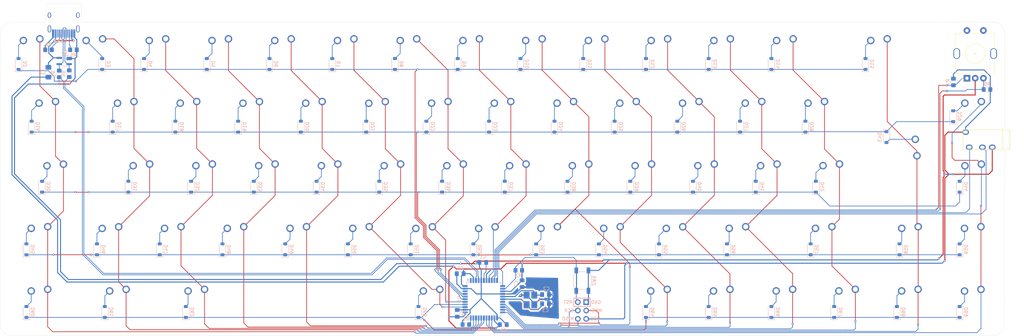
<source format=kicad_pcb>
(kicad_pcb (version 20240108) (generator "pcbnew") (generator_version "8.0")
  (layers (0 "F.Cu" signal) (31 "B.Cu" signal) (34 "B.Paste" user) (35 "F.Paste" user) (36 "B.SilkS" user "B.Silkscreen") (37 "F.SilkS" user "F.Silkscreen") (38 "B.Mask" user) (39 "F.Mask" user) (44 "Edge.Cuts" user))
  (net 0 "")
  (net 1 "Net-(U1-UCAP)")
  (net 2 "GND")
  (net 3 "XTAL2")
  (net 4 "XTAL1")
  (net 5 "+5V")
  (net 6 "DN")
  (net 7 "DP")
  (net 8 "VCC")
  (net 9 "row0")
  (net 10 "Net-(D2-A)")
  (net 11 "Net-(D3-A)")
  (net 12 "Net-(D4-A)")
  (net 13 "Net-(D5-A)")
  (net 14 "Net-(D6-A)")
  (net 15 "Net-(D7-A)")
  (net 16 "Net-(D8-A)")
  (net 17 "Net-(D9-A)")
  (net 18 "Net-(D10-A)")
  (net 19 "Net-(D11-A)")
  (net 20 "Net-(D12-A)")
  (net 21 "Net-(D13-A)")
  (net 22 "Net-(D14-A)")
  (net 23 "Net-(D15-A)")
  (net 24 "row1")
  (net 25 "Net-(D16-A)")
  (net 26 "Net-(D17-A)")
  (net 27 "Net-(D18-A)")
  (net 28 "Net-(D19-A)")
  (net 29 "Net-(D20-A)")
  (net 30 "Net-(D21-A)")
  (net 31 "Net-(D22-A)")
  (net 32 "Net-(D23-A)")
  (net 33 "Net-(D24-A)")
  (net 34 "Net-(D25-A)")
  (net 35 "Net-(D26-A)")
  (net 36 "Net-(D27-A)")
  (net 37 "Net-(D28-A)")
  (net 38 "Net-(D29-A)")
  (net 39 "row2")
  (net 40 "Net-(D30-A)")
  (net 41 "Net-(D31-A)")
  (net 42 "Net-(D32-A)")
  (net 43 "Net-(D33-A)")
  (net 44 "Net-(D34-A)")
  (net 45 "Net-(D35-A)")
  (net 46 "Net-(D36-A)")
  (net 47 "Net-(D37-A)")
  (net 48 "Net-(D38-A)")
  (net 49 "Net-(D39-A)")
  (net 50 "Net-(D40-A)")
  (net 51 "Net-(D41-A)")
  (net 52 "Net-(D42-A)")
  (net 53 "Net-(D43-A)")
  (net 54 "Net-(D44-A)")
  (net 55 "row3")
  (net 56 "Net-(D45-A)")
  (net 57 "Net-(D46-A)")
  (net 58 "Net-(D47-A)")
  (net 59 "Net-(D48-A)")
  (net 60 "Net-(D49-A)")
  (net 61 "Net-(D50-A)")
  (net 62 "Net-(D51-A)")
  (net 63 "Net-(D52-A)")
  (net 64 "Net-(D53-A)")
  (net 65 "Net-(D54-A)")
  (net 66 "Net-(D55-A)")
  (net 67 "Net-(D56-A)")
  (net 68 "Net-(D57-A)")
  (net 69 "Net-(D58-A)")
  (net 70 "Net-(D59-A)")
  (net 71 "Net-(D60-A)")
  (net 72 "row4")
  (net 73 "Net-(D61-A)")
  (net 74 "Net-(D62-A)")
  (net 75 "Net-(D63-A)")
  (net 76 "Net-(D64-A)")
  (net 77 "Net-(D65-A)")
  (net 78 "Net-(D66-A)")
  (net 79 "Net-(D67-A)")
  (net 80 "Net-(D68-A)")
  (net 81 "Net-(D69-A)")
  (net 82 "SCL")
  (net 83 "SDA")
  (net 84 "Net-(U1-~{HWB}{slash}PE2)")
  (net 85 "RESET")
  (net 86 "D-")
  (net 87 "D+")
  (net 88 "Net-(USB1-CC2)")
  (net 89 "Net-(USB1-CC1)")
  (net 90 "Rota_B")
  (net 91 "Rota_A")
  (net 92 "col0")
  (net 93 "col1")
  (net 94 "col2")
  (net 95 "col3")
  (net 96 "col4")
  (net 97 "col5")
  (net 98 "col6")
  (net 99 "col7")
  (net 100 "col11")
  (net 101 "col12")
  (net 102 "col13")
  (net 103 "col14")
  (net 106 "MISO")
  (net 107 "SCK")
  (net 108 "MOSI")
  (footprint "Alps_Only:ALPS-1U" (layer "F.Cu") (at 247.44375 154.68125)
    (property "Reference" "SW55")
    (property "Value" "SW_Push")
  )
  (footprint "Alps_Only:ALPS-1U" (layer "F.Cu") (at 261.85 97.5625)
    (property "Reference" "SW13")
    (property "Value" "SW_Push")
  )
  (footprint "Alps_Only:ALPS-1U" (layer "F.Cu") (at 137.90625 116.64375)
    (property "Reference" "SW20")
    (property "Value" "SW_Push")
  )
  (footprint "Alps_Only:ALPS-1U" (layer "F.Cu") (at 99.80625 116.6125)
    (property "Reference" "SW18")
    (property "Value" "SW_Push")
  )
  (footprint "Alps_Only:ALPS-1.25U" (layer "F.Cu") (at 73.6125 154.68125)
    (property "Reference" "SW46")
    (property "Value" "SW_Push")
  )
  (footprint "Alps_Only:ALPS-1U" (layer "F.Cu") (at 356.9895 173.7545)
    (property "Reference" "SW70")
    (property "Value" "SW_Push")
  )
  (footprint "Alps_Only:ALPS-1U" (layer "F.Cu") (at 204.7 97.5625)
    (property "Reference" "SW10")
    (property "Value" "SW_Push")
  )
  (footprint "Alps_Only:ALPS-1U" (layer "F.Cu") (at 276.01875 135.63125)
    (property "Reference" "SW41")
    (property "Value" "SW_Push")
  )
  (footprint "Alps_Only:ALPS-1U" (layer "F.Cu") (at 299.95 97.5625)
    (property "Reference" "SW15")
    (property "Value" "SW_Push")
  )
  (footprint "Alps_Only:ALPS-1U" (layer "F.Cu") (at 223.75 97.5625)
    (property "Reference" "SW11")
    (property "Value" "SW_Push")
  )
  (footprint "Alps_Only:ALPS-1U" (layer "F.Cu") (at 299.7995 173.72)
    (property "Reference" "SW67")
    (property "Value" "SW_Push")
  )
  (footprint "Alps_Only:ALPS-1U" (layer "F.Cu") (at 318.8495 173.72)
    (property "Reference" "SW68")
    (property "Value" "SW_Push")
  )
  (footprint "Alps_Only:ALPS-1U" (layer "F.Cu") (at 214.225 116.6125)
    (property "Reference" "SW24")
    (property "Value" "SW_Push")
  )
  (footprint "Alps_Only:ALPS-1U" (layer "F.Cu") (at 228.39375 154.68125)
    (property "Reference" "SW54")
    (property "Value" "SW_Push")
  )
  (footprint "Alps_Only:ALPS-1U" (layer "F.Cu") (at 280.9 97.5625)
    (property "Reference" "SW14")
    (property "Value" "SW_Push")
  )
  (footprint "Alps_Only:ALPS-1U" (layer "F.Cu") (at 309.475 116.6125)
    (property "Reference" "SW29")
    (property "Value" "SW_Push")
  )
  (footprint "Alps_Only:ALPS-2U" (layer "F.Cu") (at 328.525 97.5625)
    (property "Reference" "SW16")
    (property "Value" "SW_Push")
  )
  (footprint "Alps_Only:ALPS-1U" (layer "F.Cu") (at 71.23125 97.5625)
    (property "Reference" "SW3")
    (property "Value" "SW_Push")
  )
  (footprint "Alps_Only:ALPS-1U" (layer "F.Cu") (at 118.85625 116.6125)
    (property "Reference" "SW19")
    (property "Value" "SW_Push")
  )
  (footprint "Alps_Only:ALPS-1.25U" (layer "F.Cu") (at 97.425 173.73125)
    (property "Reference" "SW62")
    (property "Value" "SW_Push")
  )
  (footprint "Alps_Only:ALPS-1U" (layer "F.Cu") (at 337.93125 154.68125)
    (property "Reference" "SW59")
    (property "Value" "SW_Push")
  )
  (footprint "Keebio-Parts:RotaryEncoder_EC11" (layer "F.Cu") (at 357.73125 97.53125 90)
    (property "Reference" "SW71")
    (property "Value" "RotaryEncoder_Switch")
  )
  (footprint "Alps_Only:ALPS-1.25U" (layer "F.Cu") (at 73.6125 173.73125)
    (property "Reference" "SW61")
    (property "Value" "SW_Push")
  )
  (footprint "Alps_Only:ALPS-1U" (layer "F.Cu") (at 295.06875 135.63125)
    (property "Reference" "SW42")
    (property "Value" "SW_Push")
  )
  (footprint "Alps_Only:ALPS-1U" (layer "F.Cu") (at 199.81875 135.63125)
    (property "Reference" "SW37")
    (property "Value" "SW_Push")
  )
  (footprint "Alps_Only:ALPS-1U" (layer "F.Cu") (at 314.0235 135.62)
    (property "Reference" "SW43")
    (property "Value" "SW_Push")
  )
  (footprint "Alps_Only:ALPS-1U" (layer "F.Cu") (at 190.4125 154.7125)
    (property "Reference" "SW52")
    (property "Value" "SW_Push")
  )
  (footprint "Alps_Only:ALPS-1U" (layer "F.Cu") (at 337.8995 173.72)
    (property "Reference" "SW69")
    (property "Value" "SW_Push")
  )
  (footprint "Alps_Only:ALPS-1.75U" (layer "F.Cu") (at 78.3985 135.6625)
    (property "Reference" "SW31")
    (property "Value" "SW_Push")
  )
  (footprint "Alps_Only:ALPS-1U" (layer "F.Cu") (at 128.5 97.5625)
    (property "Reference" "SW6")
    (property "Value" "SW_Push")
  )
  (footprint "Alps_Only:ALPS-1U" (layer "F.Cu") (at 109.45 97.5625)
    (property "Reference" "SW5")
    (property "Value" "SW_Push")
  )
  (footprint "Alps_Only:ALPS-1U" (layer "F.Cu") (at 261.73125 173.73125)
    (property "Reference" "SW65")
    (property "Value" "SW_Push")
  )
  (footprint "Alps_Only:ALPS-1.5U" (layer "F.Cu") (at 75.99375 116.6125)
    (property "Reference" "SW17")
    (property "Value" "SW_Push")
  )
  (footprint "Alps_Only:ALPS-1U" (layer "F.Cu") (at 280.78125 173.73125)
    (property "Reference" "SW66")
    (property "Value" "SW_Push")
  )
  (footprint "Keebio-Parts:TRRS-PJ-320A" (layer "F.Cu") (at 366.125 123.725 -90)
    (property "Reference" "J3")
    (property "Value" "AudioJack4")
  )
  (footprint "Alps_Only:ALPS-1U" (layer "F.Cu") (at 209.4625 154.7125)
    (property "Reference" "SW53")
    (property "Value" "SW_Push")
  )
  (footprint "Alps_Only:ALPS-1U" (layer "F.Cu") (at 266.4385 154.7045)
    (property "Reference" "SW56")
    (property "Value" "SW_Push")
  )
  (footprint "Alps_Only:ALPS-1U" (layer "F.Cu") (at 104.56875 135.63125)
    (property "Reference" "SW32")
    (property "Value" "SW_Push")
  )
  (footprint "Alps_Only:ALPS-1.75U" (layer "F.Cu") (at 311.7375 154.68125)
    (property "Reference" "SW58")
    (property "Value" "SW_Push")
  )
  (footprint "Alps_Only:ALPS-1U" (layer "F.Cu") (at 271.375 116.6125)
    (property "Reference" "SW27")
    (property "Value" "SW_Push")
  )
  (footprint "Alps_Only:ALPS-1U" (layer "F.Cu") (at 95.1625 154.7125)
    (property "Reference" "SW47")
    (property "Value" "SW_Push")
  )
  (footprint "Alps_Only:ALPS-ISO" (layer "F.Cu") (at 335.55 126.10625)
    (property "Reference" "SW44")
    (property "Value" "SW_Push")
  )
  (footprint "Alps_Only:ALPS-1U" (layer "F.Cu") (at 133.14375 154.68125)
    (property "Reference" "SW49")
    (property "Value" "SW_Push")
  )
  (footprint "Alps_Only:ALPS-1U" (layer "F.Cu") (at 156.95625 116.6125)
    (property "Reference" "SW21")
    (property "Value" "SW_Push")
  )
  (footprint "Alps_Only:ALPS-1U" (layer "F.Cu") (at 256.96875 135.63125)
    (property "Reference" "SW40")
    (property "Value" "SW_Push")
  )
  (footprint "Alps_Only:ALPS-1U" (layer "F.Cu") (at 166.6 97.5625)
    (property "Reference" "SW8")
    (property "Value" "SW_Push")
  )
  (footprint "Alps_Only:ALPS-1U" (layer "F.Cu") (at 185.65 97.5625)
    (property "Reference" "SW9")
    (property "Value" "SW_Push")
  )
  (footprint "Alps_Only:ALPS-1U" (layer "F.Cu") (at 357.1 116.6125)
    (property "Reference" "SW30")
    (property "Value" "SW_Push")
  )
  (footprint "Alps_Only:ALPS-6.25U" (layer "F.Cu") (at 192.675 173.73125)
    (property "Reference" "SW64")
    (property "Value" "SW_Push")
  )
  (footprint "Alps_Only:ALPS-1U" (layer "F.Cu") (at 285.54375 154.68125)
    (property "Reference" "SW57")
    (property "Value" "SW_Push")
  )
  (footprint "Alps_Only:ALPS-1U" (layer "F.Cu") (at 161.71875 135.63125)
    (property "Reference" "SW35")
    (property "Value" "SW_Push")
  )
  (footprint "Alps_Only:ALPS-1U" (layer "F.Cu") (at 357.1165 135.6545)
    (property "Reference" "SW45")
    (property "Value" "SW_Push")
  )
  (footprint "Alps_Only:ALPS-1U" (layer "F.Cu") (at 237.91875 135.63125)
    (property "Reference" "SW39")
    (property "Value" "SW_Push")
  )
  (footprint "Alps_Only:ALPS-1U" (layer "F.Cu") (at 218.86875 135.63125)
    (property "Reference" "SW38")
    (property "Value" "SW_Push")
  )
  (footprint "Alps_Only:ALPS-1U" (layer "F.Cu") (at 290.425 116.6125)
    (property "Reference" "SW28")
    (property "Value" "SW_Push")
  )
  (footprint "Alps_Only:ALPS-1U" (layer "F.Cu") (at 147.55 97.5625)
    (property "Reference" "SW7")
    (property "Value" "SW_Push")
  )
  (footprint "Alps_Only:ALPS-1U" (layer "F.Cu") (at 152.19375 154.68125)
    (property "Reference" "SW50")
    (property "Value" "SW_Push")
  )
  (footprint "Alps_Only:ALPS-1U" (layer "F.Cu") (at 233.275 116.6125)
    (property "Reference" "SW25")
    (property "Value" "SW_Push")
  )
  (footprint "Alps_Only:ALPS-1U" (layer "F.Cu") (at 171.24375 154.68125)
    (property "Reference" "SW51")
    (property "Value" "SW_Push")
  )
  (footprint "Alps_Only:ALPS-1U" (layer "F.Cu") (at 114.09375 154.68125)
    (property "Reference" "SW48")
    (property "Value" "SW_Push")
  )
  (footprint "Alps_Only:ALPS-1U" (layer "F.Cu") (at 142.66875 135.63125)
    (property "Reference" "SW34")
    (property "Value" "SW_Push")
  )
  (footprint "Alps_Only:ALPS-1U" (layer "F.Cu") (at 252.325 116.6125)
    (property "Reference" "SW26")
    (property "Value" "SW_Push")
  )
  (footprint "Alps_Only:ALPS-1U" (layer "F.Cu") (at 176.125 116.64375)
    (property "Reference" "SW22")
    (property "Value" "SW_Push")
  )
  (footprint "Alps_Only:ALPS-1U" (layer "F.Cu") (at 195.175 116.6125)
    (property "Reference" "SW23")
    (property "Value" "SW_Push")
  )
  (footprint "Alps_Only:ALPS-1U" (layer "F.Cu") (at 242.8 97.5625)
    (property "Reference" "SW12")
    (property "Value" "SW_Push")
  )
  (footprint "Alps_Only:ALPS-1U" (layer "F.Cu") (at 90.28125 97.5625)
    (property "Reference" "SW4")
    (property "Value" "SW_Push")
  )
  (footprint "Alps_Only:ALPS-1U" (layer "F.Cu") (at 356.98125 154.68125)
    (property "Reference" "SW60")
    (property "Value" "SW_Push")
  )
  (footprint "Alps_Only:ALPS-1.25U" (layer "F.Cu") (at 121.2375 173.73125)
    (property "Reference" "SW63")
    (property "Value" "SW_Push")
  )
  (footprint "Alps_Only:ALPS-1U" (layer "F.Cu") (at 180.76875 135.63125)
    (property "Reference" "SW36")
    (property "Value" "SW_Push")
  )
  (footprint "Alps_Only:ALPS-1U" (layer "F.Cu") (at 123.61875 135.63125)
    (property "Reference" "SW33")
    (property "Value" "SW_Push")
  )
  (footprint "Diode_SMD:D_SOD-123" (layer "B.Cu") (at 295.8625 176.1125 90)
    (property "Reference" "D66")
    (property "Value" "D")
  )
  (footprint "Diode_SMD:D_SOD-123" (layer "B.Cu") (at 267.2875 119.75625 90)
    (property "Reference" "D26")
    (property "Value" "D")
  )
  (footprint "Diode_SMD:D_SOD-123" (layer "B.Cu") (at 291.1 138.0125 90)
    (property "Reference" "D41")
    (property "Value" "D")
  )
  (footprint "Diode_SMD:D_SOD-123" (layer "B.Cu") (at 214.9 138.0125 90)
    (property "Reference" "D37")
    (property "Value" "D")
  )
  (footprint "Diode_SMD:D_SOD-123" (layer "B.Cu") (at 69.64375 176.1125 90)
    (property "Reference" "D60")
    (property "Value" "D")
  )
  (footprint "Diode_SMD:D_SOD-123" (layer "B.Cu") (at 148.225 157.0625 90)
    (property "Reference" "D49")
    (property "Value" "D")
  )
  (footprint "Diode_SMD:D_SOD-123" (layer "B.Cu") (at 353.0125 157.0625 90)
    (property "Reference" "D59")
    (property "Value" "D")
  )
  (footprint "Diode_SMD:D_SOD-123" (layer "B.Cu") (at 133.9375 119.75625 90)
    (property "Reference" "D19")
    (property "Value" "D")
  )
  (footprint "Diode_SMD:D_SOD-123" (layer "B.Cu") (at 93.45625 176.1125 90)
    (property "Reference" "D61")
    (property "Value" "D")
  )
  (footprint "Diode_SMD:D_SOD-123" (layer "B.Cu") (at 295.8625 100.70625 90)
    (property "Reference" "D14")
    (property "Value" "D")
  )
  (footprint "Diode_SMD:D_SOD-123" (layer "B.Cu") (at 224.425 157.0625 90)
    (property "Reference" "D53")
    (property "Value" "D")
  )
  (footprint "Diode_SMD:D_SOD-123" (layer "B.Cu") (at 307.76875 157.0625 90)
    (property "Reference" "D57")
    (property "Value" "D")
  )
  (footprint "Capacitor_SMD:C_0805_2012Metric_Pad1.18x1.45mm_HandSolder" (layer "B.Cu") (at 227.272 173.6125)
    (property "Reference" "C3")
    (property "Value" "22p")
  )
  (footprint "Diode_SMD:D_SOD-123" (layer "B.Cu") (at 353.0125 138.0125 90)
    (property "Reference" "D44")
    (property "Value" "D")
  )
  (footprint "Diode_SMD:D_SOD-123" (layer "B.Cu") (at 205.375 157.0625 90)
    (property "Reference" "D52")
    (property "Value" "D")
  )
  (footprint "Diode_SMD:D_SOD-123" (layer "B.Cu") (at 330.7875 122.93125 -90)
    (property "Reference" "D43")
    (property "Value" "D")
  )
  (footprint "Capacitor_SMD:C_0805_2012Metric_Pad1.18x1.45mm_HandSolder" (layer "B.Cu") (at 227.272 170.8185)
    (property "Reference" "C2")
    (property "Value" "22p")
  )
  (footprint "Resistor_SMD:R_0805_2012Metric_Pad1.20x1.40mm_HandSolder" (layer "B.Cu") (at 79.61275 103.7234 -90)
    (property "Reference" "R3")
    (property "Value" "22")
  )
  (footprint "Diode_SMD:D_SOD-123" (layer "B.Cu") (at 181.5625 100.70625 90)
    (property "Reference" "D8")
    (property "Value" "D")
  )
  (footprint "Diode_SMD:D_SOD-123" (layer "B.Cu") (at 69.64375 157.0625 90)
    (property "Reference" "D45")
    (property "Value" "D")
  )
  (footprint "Diode_SMD:D_SOD-123" (layer "B.Cu") (at 110.125 157.0625 90)
    (property "Reference" "D47")
    (property "Value" "D")
  )
  (footprint "Diode_SMD:D_SOD-123" (layer "B.Cu") (at 272.05 138.0125 90)
    (property "Reference" "D40")
    (property "Value" "D")
  )
  (footprint "Diode_SMD:D_SOD-123" (layer "B.Cu") (at 129.175 157.0625 90)
    (property "Reference" "D48")
    (property "Value" "D")
  )
  (footprint "Diode_SMD:D_SOD-123" (layer "B.Cu") (at 95.8375 119.75625 90)
    (property "Reference" "D17")
    (property "Value" "D")
  )
  (footprint "Diode_SMD:D_SOD-123" (layer "B.Cu") (at 353.0125 176.1125 90)
    (property "Reference" "D69")
    (property "Value" "D")
  )
  (footprint "Diode_SMD:D_SOD-123" (layer "B.Cu") (at 243.475 157.0625 90)
    (property "Reference" "D54")
    (property "Value" "D")
  )
  (footprint "Diode_SMD:D_SOD-123" (layer "B.Cu") (at 162.5125 100.70625 90)
    (property "Reference" "D7")
    (property "Value" "D")
  )
  (footprint "Diode_SMD:D_SOD-123" (layer "B.Cu") (at 200.6125 100.70625 90)
    (property "Reference" "D9")
    (property "Value" "D")
  )
  (footprint "Diode_SMD:D_SOD-123" (layer "B.Cu") (at 100.6 138.0125 90)
    (property "Reference" "D31")
    (property "Value" "D")
  )
  (footprint "Diode_SMD:D_SOD-123" (layer "B.Cu") (at 219.6625 100.70625 90)
    (property "Reference" "D10")
    (property "Value" "D")
  )
  (footprint "Package_QFP:TQFP-44_10x10mm_P0.8mm" (layer "B.Cu") (at 208.5555 172.2275 -90)
    (property "Reference" "U1")
    (property "Value" "ATmega32U4-A")
  )
  (footprint "Capacitor_SMD:C_0805_2012Metric_Pad1.18x1.45mm_HandSolder" (layer "B.Cu") (at 201.364 164.4685 180)
    (property "Reference" "C5")
    (property "Value" "10u")
  )
  (footprint "Diode_SMD:D_SOD-123" (layer "B.Cu") (at 186.325 157.0625 90)
    (property "Reference" "D51")
    (property "Value" "D")
  )
  (footprint "Capacitor_SMD:C_0805_2012Metric_Pad1.18x1.45mm_HandSolder" (layer "B.Cu") (at 214.445 179.9625)
    (property "Reference" "C6")
    (property "Value" "0.1u")
  )
  (footprint "Resistor_SMD:R_0805_2012Metric_Pad1.20x1.40mm_HandSolder" (layer "B.Cu") (at 361.3244 108.458 180)
    (property "Reference" "R8")
    (property "Value" "10k")
  )
  (footprint "Diode_SMD:D_SOD-123" (layer "B.Cu") (at 314.9125 176.1125 90)
    (property "Reference" "D67")
    (property "Value" "D")
  )
  (footprint "Diode_SMD:D_SOD-123" (layer "B.Cu") (at 253 138.0125 90)
    (property "Reference" "D39")
    (property "Value" "D")
  )
  (footprint "Diode_SMD:D_SOD-123" (layer "B.Cu") (at 71.23125 119.75625 90)
    (property "Reference" "D16")
    (property "Value" "D")
  )
  (footprint "Diode_SMD:D_SOD-123" (layer "B.Cu") (at 210.1375 119.75625 90)
    (property "Reference" "D23")
    (property "Value" "D")
  )
  (footprint "Diode_SMD:D_SOD-123" (layer "B.Cu") (at 276.8125 176.1125 90)
    (property "Reference" "D65")
    (property "Value" "D")
  )
  (footprint "Diode_SMD:D_SOD-123" (layer "B.Cu") (at 92.6625 100.70625 90)
    (property "Reference" "D3")
    (property "Value" "D")
  )
  (footprint "Resistor_SMD:R_0805_2012Metric_Pad1.20x1.40mm_HandSolder" (layer "B.Cu") (at 83.93125 96.393)
    (property "Reference" "R5")
    (property "Value" "5.1k")
  )
  (footprint "Diode_SMD:D_SOD-123" (layer "B.Cu") (at 238.7125 100.70625 90)
    (property "Reference" "D11")
    (property "Value" "D")
  )
  (footprint "Diode_SMD:D_SOD-123" (layer "B.Cu") (at 351.04375 116.58125 90)
    (property "Reference" "D29")
    (property "Value" "D")
  )
  (footprint "Crystal:Crystal_SMD_3225-4Pin_3.2x2.5mm_HandSoldering" (layer "B.Cu") (at 222.7055 172.44 90)
    (property "Reference" "Y1")
    (property "Value" "XTAL")
  )
  (footprint "Type-C:HRO-TYPE-C-31-M-12-HandSoldering" (layer "B.Cu") (at 80.9625 83.24375)
    (property "Reference" "USB1")
    (property "Value" "HRO-TYPE-C-31-M-12")
  )
  (footprint "Diode_SMD:D_SOD-123" (layer "B.Cu") (at 248.2375 119.75625 90)
    (property "Reference" "D25")
    (property "Value" "D")
  )
  (footprint "Diode_SMD:D_SOD-123" (layer "B.Cu") (at 124.4125 100.70625 90)
    (property "Reference" "D5")
    (property "Value" "D")
  )
  (footprint "Diode_SMD:D_SOD-123" (layer "B.Cu") (at 257.7625 100.70625 90)
    (property "Reference" "D12")
    (property "Value" "D")
  )
  (footprint "Diode_SMD:D_SOD-123" (layer "B.Cu") (at 195.85 138.0125 90)
    (property "Reference" "D36")
    (property "Value" "D")
  )
  (footprint "Diode_SMD:D_SOD-123" (layer "B.Cu") (at 286.3375 119.75625 90)
    (property "Reference" "D27")
    (property "Value" "D")
  )
  (footprint "Diode_SMD:D_SOD-123" (layer "B.Cu") (at 138.7 138.0125 90)
    (property "Reference" "D33")
    (property "Value" "D")
  )
  (footprint "Diode_SMD:D_SOD-123" (layer "B.Cu") (at 91.075 157.0625 90)
    (property "Reference" "D46")
    (property "Value" "D")
  )
  (footprint "Package_TO_SOT_SMD:SOT-143_Handsoldering" (layer "B.Cu") (at 81.129 99.79685 180)
    (property "Reference" "D1")
    (property "Value" "PRTR5V0U2X")
  )
  (footprint "Diode_SMD:D_SOD-123" (layer "B.Cu") (at 282.36875 157.0625 90)
    (property "Reference" "D56")
    (property "Value" "D")
  )
  (footprint "Diode_SMD:D_SOD-123" (layer "B.Cu") (at 324.4375 100.70625 90)
    (property "Reference" "D15")
    (property "Value" "D")
  )
  (footprint "Resistor_SMD:R_0805_2012Metric_Pad1.20x1.40mm_HandSolder" (layer "B.Cu") (at 76.359 96.393 180)
    (property "Reference" "R6")
    (property "Value" "5.1k")
  )
  (footprint "Diode_SMD:D_SOD-123" (layer "B.Cu") (at 152.9875 119.75625 90)
    (property "Reference" "D20")
    (property "Value" "D")
  )
  (footprint "Resistor_SMD:R_0805_2012Metric_Pad1.20x1.40mm_HandSolder" (layer "B.Cu") (at 351.1296 106.172 -90)
    (property "Reference" "R7")
    (property "Value" "10k")
  )
  (footprint "Diode_SMD:D_SOD-123" (layer "B.Cu") (at 233.95 138.0125 90)
    (property "Reference" "D38")
    (property "Value" "D")
  )
  (footprint "Diode_SMD:D_SOD-123" (layer "B.Cu") (at 261.73125 157.0625 90)
    (property "Reference" "D55")
    (property "Value" "D")
  )
  (footprint "Diode_SMD:D_SOD-123" (layer "B.Cu") (at 333.9625 176.1125 90)
    (property "Reference" "D68")
    (property "Value" "D")
  )
  (footprint "Diode_SMD:D_SOD-123" (layer "B.Cu") (at 176.8 138.0125 90)
    (property "Reference" "D35")
    (property "Value" "D")
  )
  (footprint "Diode_SMD:D_SOD-123" (layer "B.Cu") (at 67.2625 100.70625 90)
    (property "Reference" "D2")
    (property "Value" "D")
  )
  (footprint "Capacitor_SMD:C_0805_2012Metric_Pad1.18x1.45mm_HandSolder" (layer "B.Cu") (at 200.475 176.5335 90)
    (property "Reference" "C4")
    (property "Value" "0.1u")
  )
  (footprint "Diode_SMD:D_SOD-123" (layer "B.Cu") (at 309.35625 138.0125 90)
    (property "Reference" "D42")
    (property "Value" "D")
  )
  (footprint "Button_Switch_SMD:SW_SPST_SKQG_WithStem" (layer "B.Cu") (at 238.4552 166.5732 90)
    (property "Reference" "SW2")
    (property "Value" "SW_Push_Reset")
  )
  (footprint "Diode_SMD:D_SOD-123" (layer "B.Cu") (at 143.4625 100.70625 90)
    (property "Reference" "D6")
    (property "Value" "D")
  )
  (footprint "Diode_SMD:D_SOD-123" (layer "B.Cu") (at 74.40625 138.0125 90)
    (property "Reference" "D30")
    (property "Value" "D")
  )
  (footprint "Diode_SMD:D_SOD-123" (layer "B.Cu") (at 105.3625 100.70625 90)
    (property "Reference" "D4")
    (property "Value" "D")
  )
  (footprint "Resistor_SMD:R_0805_2012Metric_Pad1.20x1.40mm_HandSolder" (layer "B.Cu") (at 203.089 179.959 180)
    (property "Reference" "R1")
    (property "Value" "10k")
  )
  (footprint "Fuse:Fuse_1206_3216Metric_Pad1.42x1.75mm_HandSolder" (layer "B.Cu") (at 76.327 103.2145 -90)
    (property "Reference" "F1")
    (property "Value" "500m")
  )
  (footprint "Diode_SMD:D_SOD-123" (layer "B.Cu") (at 114.8875 119.75625 90)
    (property "Reference" "D18")
    (property "Value" "D")
  )
  (footprint "Diode_SMD:D_SOD-123" (layer "B.Cu") (at 334.75625 157.0625 90)
    (property "Reference" "D58")
    (property "Value" "D")
  )
  (footprint "Diode_SMD:D_SOD-123" (layer "B.Cu") (at 118.0625 176.1125 90)
    (property "Reference" "D62")
    (property "Value" "D")
  )
  (footprint "Capacitor_SMD:C_0805_2012Metric_Pad1.18x1.45mm_HandSolder" (layer "B.Cu") (at 220.16 167.5165 -90)
    (property "Reference" "C7")
    (property "Value" "0.1u")
  )
  (footprint "Capacitor_SMD:C_0805_2012Metric_Pad1.18x1.45mm_HandSolder" (layer "B.Cu") (at 208.222 161.0395 180)
    (property "Reference" "C1")
    (property "Value" "1u")
  )
  (footprint "Diode_SMD:D_SOD-123" (layer "B.Cu") (at 172.83125 119.75625 90)
    (property "Reference" "D21")
    (property "Value" "D")
  )
  (footprint "Diode_SMD:D_SOD-123" (layer "B.Cu") (at 257.7625 176.1125 90)
    (property "Reference" "D64")
    (property "Value" "D")
  )
  (footprint "Diode_SMD:D_SOD-123" (layer "B.Cu") (at 188.70625 176.1125 90)
    (property "Reference" "D63")
    (property "Value" "D")
  )
  (footprint "Diode_SMD:D_SOD-123" (layer "B.Cu") (at 306.18125 119.75625 90)
    (property "Reference" "D28")
    (property "Value" "D")
  )
  (footprint "Diode_SMD:D_SOD-123" (layer "B.Cu") (at 119.65 138.0125 90)
    (property "Reference" "D32")
    (property "Value" "D")
  )
  (footprint "Diode_SMD:D_SOD-123" (layer "B.Cu") (at 191.0875 119.75625 90)
    (property "Reference" "D22")
    (property "Value" "D")
  )
  (footprint "Resistor_SMD:R_0805_2012Metric_Pad1.20x1.40mm_HandSolder" (layer "B.Cu") (at 82.66075 103.6566 -90)
    (property "Reference" "R4")
    (property "Value" "22")
  )
  (footprint "Diode_SMD:D_SOD-123" (layer "B.Cu") (at 229.98125 119.75625 90)
    (property "Reference" "D24")
    (property "Value" "D")
  )
  (footprint "Diode_SMD:D_SOD-123" (layer "B.Cu") (at 157.75 138.0125 90)
    (property "Reference" "D34")
    (property "Value" "D")
  )
  (footprint "Resistor_SMD:R_0805_2012Metric_Pad1.20x1.40mm_HandSolder" (layer "B.Cu") (at 219.144 163.4525)
    (property "Reference" "R2")
    (property "Value" "10k")
  )
  (footprint "Diode_SMD:D_SOD-123" (layer "B.Cu") (at 167.275 157.0625 90)
    (property "Reference" "D50")
    (property "Value" "D")
  )
  (footprint "random-keyboard-parts:Reset_Pretty-Mask" (layer "B.Cu") (at 238.3536 175.6664)
    (property "Reference" "J1")
    (property "Value" "AVR-ISP-6")
  )
  (footprint "Diode_SMD:D_SOD-123" (layer "B.Cu") (at 276.8125 100.70625 90)
    (property "Reference" "D13")
    (property "Value" "D")
  )
  (gr_arc (start 363.347 88.011) (mid 365.681867 88.978133) (end 366.649 91.313) (stroke (width 0.05)) (layer "Edge.Cuts"))
  (gr_arc (start 366.473133 180.037133) (mid 365.506 182.372) (end 363.171133 183.339133) (stroke (width 0.05)) (layer "Edge.Cuts"))
  (gr_line (start 366.473133 180.037133) (end 366.649 127.889) (stroke (width 0.05)) (layer "Edge.Cuts"))
  (gr_line (start 65.024 183.261) (end 363.171133 183.339133) (stroke (width 0.05)) (layer "Edge.Cuts"))
  (gr_line (start 74.676 88.011) (end 65.072867 88.059867) (stroke (width 0.05)) (layer "Edge.Cuts"))
  (gr_line (start 347.599 88.011) (end 87.376 88.011) (stroke (width 0.05)) (layer "Edge.Cuts"))
  (gr_arc (start 65.024 183.261) (mid 62.689133 182.293867) (end 61.722 179.959) (stroke (width 0.05)) (layer "Edge.Cuts"))
  (gr_line (start 86.36 86.995) (end 86.36 82.423) (stroke (width 0.05)) (layer "Edge.Cuts"))
  (gr_line (start 61.770867 91.361867) (end 61.722 179.959) (stroke (width 0.05)) (layer "Edge.Cuts"))
  (gr_line (start 366.649 91.313) (end 366.649 107.061) (stroke (width 0.05)) (layer "Edge.Cuts"))
  (gr_line (start 86.36 82.423) (end 75.692 82.423) (stroke (width 0.05)) (layer "Edge.Cuts"))
  (gr_arc (start 366.649 127.889) (mid 366.94658 127.17058) (end 367.665 126.873) (stroke (width 0.05)) (layer "Edge.Cuts"))
  (gr_line (start 347.599 88.011) (end 363.347 88.011) (stroke (width 0.05)) (layer "Edge.Cuts"))
  (gr_line (start 368.427 126.873) (end 368.427 120.523) (stroke (width 0.05)) (layer "Edge.Cuts"))
  (gr_arc (start 61.770867 91.361867) (mid 62.738 89.027) (end 65.072867 88.059867) (stroke (width 0.05)) (layer "Edge.Cuts"))
  (gr_line (start 75.692 82.423) (end 75.692 86.995) (stroke (width 0.05)) (layer "Edge.Cuts"))
  (gr_line (start 368.427 120.523) (end 367.665 120.523) (stroke (width 0.05)) (layer "Edge.Cuts"))
  (gr_arc (start 75.692 86.995) (mid 75.39442 87.71342) (end 74.676 88.011) (stroke (width 0.05)) (layer "Edge.Cuts"))
  (gr_arc (start 367.665 120.523) (mid 366.94658 120.22542) (end 366.649 119.507) (stroke (width 0.05)) (layer "Edge.Cuts"))
  (gr_line (start 366.649 119.507) (end 366.649 107.061) (stroke (width 0.05)) (layer "Edge.Cuts"))
  (gr_line (start 367.665 126.873) (end 368.427 126.873) (stroke (width 0.05)) (layer "Edge.Cuts"))
  (gr_arc (start 87.376 88.011) (mid 86.65758 87.71342) (end 86.36 86.995) (stroke (width 0.05)) (layer "Edge.Cuts"))
  (segment (start 209.238 161.061) (end 209.2595 161.0395) (width 0.2) (layer "B.Cu") (net 1))
  (segment (start 208.5555 166.5275) (end 208.603 166.48) (width 0.2) (layer "B.Cu") (net 1))
  (segment (start 208.603 164.4685) (end 209.238 163.8335) (width 0.2) (layer "B.Cu") (net 1))
  (segment (start 208.603 166.48) (end 208.603 164.4685) (width 0.2) (layer "B.Cu") (net 1))
  (segment (start 209.238 163.8335) (end 209.238 161.061) (width 0.2) (layer "B.Cu") (net 1))
  (segment (start 205.0288 161.4205) (end 205.2828 161.4205) (width 0.3) (layer "F.Cu") (net 2))
  (segment (start 205.0288 161.4205) (end 205.8197 160.6296) (width 0.3) (layer "F.Cu") (net 2))
  (segment (start 362.925 133.137) (end 361.8484 134.2136) (width 0.3) (layer "F.Cu") (net 2))
  (segment (start 205.8197 160.6296) (end 244.602 160.6296) (width 0.3) (layer "F.Cu") (net 2))
  (segment (start 348.0094 158.5682) (end 348.0094 135.276494) (width 0.3) (layer "F.Cu") (net 2))
  (segment (start 357.73125 110.1344) (end 357.73125 105.03125) (width 0.3) (layer "F.Cu") (net 2))
  (segment (start 348.3864 110.1344) (end 357.73125 110.1344) (width 0.3) (layer "F.Cu") (net 2))
  (segment (start 82.677 106.807) (end 79.629 106.807) (width 0.3) (layer "F.Cu") (net 2))
  (segment (start 244.602 160.6296) (end 244.9576 160.274) (width 0.3) (layer "F.Cu") (net 2))
  (segment (start 348.2848 133.426107) (end 348.0094 133.150707) (width 0.3) (layer "F.Cu") (net 2))
  (segment (start 348.2848 134.1628) (end 348.2848 133.426107) (width 0.3) (layer "F.Cu") (net 2))
  (segment (start 348.0094 133.150707) (end 348.0094 110.5114) (width 0.3) (layer "F.Cu") (net 2))
  (segment (start 201.491 161.4205) (end 205.0288 161.4205) (width 0.3) (layer "F.Cu") (net 2))
  (segment (start 361.8484 134.2136) (end 351.028 134.2136) (width 0.3) (layer "F.Cu") (net 2))
  (segment (start 348.0094 110.5114) (end 348.3864 110.1344) (width 0.3) (layer "F.Cu") (net 2))
  (segment (start 346.7314 159.8462) (end 348.0094 158.5682) (width 0.3) (layer "F.Cu") (net 2))
  (segment (start 348.2848 135.001094) (end 348.2848 134.1628) (width 0.3) (layer "F.Cu") (net 2))
  (segment (start 362.925 126.025) (end 362.925 133.137) (width 0.3) (layer "F.Cu") (net 2))
  (segment (start 348.0094 135.276494) (end 348.2848 135.001094) (width 0.3) (layer "F.Cu") (net 2))
  (segment (start 205.2828 161.4205) (end 206.063 161.4205) (width 0.3) (layer "F.Cu") (net 2))
  (via (at 229.558 173.6125) (size 0.6) (drill 0.3) (layers "F.Cu" "B.Cu") (net 2))
  (via (at 206.063 161.4205) (size 0.6) (drill 0.3) (layers "F.Cu" "B.Cu") (net 2))
  (via (at 346.7314 159.8462) (size 0.6) (drill 0.3) (layers "F.Cu" "B.Cu") (net 2))
  (via (at 82.7405 106.7435) (size 0.6) (drill 0.3) (layers "F.Cu" "B.Cu") (net 2))
  (via (at 348.2848 134.1628) (size 0.6) (drill 0.3) (layers "F.Cu" "B.Cu") (net 2))
  (via (at 201.491 161.4205) (size 0.6) (drill 0.3) (layers "F.Cu" "B.Cu") (net 2))
  (via (at 244.9576 160.274) (size 0.6) (drill 0.3) (layers "F.Cu" "B.Cu") (net 2))
  (via (at 229.558 170.8185) (size 0.6) (drill 0.3) (layers "F.Cu" "B.Cu") (net 2))
  (via (at 219.652 171.0725) (size 0.6) (drill 0.3) (layers "F.Cu" "B.Cu") (net 2))
  (via (at 79.629 106.807) (size 0.6) (drill 0.3) (layers "F.Cu" "B.Cu") (net 2))
  (via (at 351.028 134.2136) (size 0.6) (drill 0.3) (layers "F.Cu" "B.Cu") (net 2))
  (segment (start 204.7055 169.0275) (end 202.8555 169.0275) (width 0.3) (layer "B.Cu") (net 2))
  (segment (start 207.206 161.061) (end 207.206 162.5635) (width 0.3) (layer "B.Cu") (net 2))
  (segment (start 220.16 168.554) (end 226.553 168.554) (width 0.3) (layer "B.Cu") (net 2))
  (segment (start 228.8175 171.06175) (end 228.8175 170.8185) (width 0.2) (layer "B.Cu") (net 2))
  (segment (start 77.7375 91.43875) (end 77.7375 92.6965) (width 0.3) (layer "B.Cu") (net 2))
  (segment (start 212.5555 177.9275) (end 212.5555 176.847) (width 0.3) (layer "B.Cu") (net 2))
  (segment (start 207.7555 163.113) (end 207.7555 166.5275) (width 0.3) (layer "B.Cu") (net 2))
  (segment (start 200.348 161.4205) (end 201.491 161.4205) (width 0.3) (layer "B.Cu") (net 2))
  (segment (start 225.403 172.3425) (end 227.2935 172.3425) (width 0.3) (layer "B.Cu") (net 2))
  (segment (start 70.231 106.807) (end 79.629 106.807) (width 0.3) (layer "B.Cu") (net 2))
  (segment (start 240.3052 172.4448) (end 239.6236 173.1264) (width 0.2) (layer "B.Cu") (net 2))
  (segment (start 202.089 178.719) (end 204.375 176.433) (width 0.3) (layer "B.Cu") (net 2))
  (segment (start 84.416825 99.04685) (end 84.416825 105.067175) (width 0.3) (layer "B.Cu") (net 2))
  (segment (start 80.01 148.082) (end 66.04 134.112) (width 0.3) (layer "B.Cu") (net 2))
  (segment (start 212.5555 176.847) (end 207.7555 172.047) (width 0.3) (layer "B.Cu") (net 2))
  (segment (start 84.416825 99.04685) (end 82.629 99.04685) (width 0.3) (layer "B.Cu") (net 2))
  (segment (start 200.348 161.4205) (end 182.0891 161.4205) (width 0.3) (layer "B.Cu") (net 2))
  (segment (start 240.3052 169.6732) (end 240.3052 172.4448) (width 0.3) (layer "B.Cu") (net 2))
  (segment (start 212.5555 177.9275) (end 213.4475 177.9275) (width 0.3) (layer "B.Cu") (net 2))
  (segment (start 82.7405 106.7435) (end 82.677 106.807) (width 0.3) (layer "B.Cu") (net 2))
  (segment (start 77.7375 92.6965) (end 75.359 95.075) (width 0.3) (layer "B.Cu") (net 2))
  (segment (start 204.375 175.4275) (end 207.7555 172.047) (width 0.3) (layer "B.Cu") (net 2))
  (segment (start 84.1875 92.5695) (end 84.1875 91.43875) (width 0.3) (layer "B.Cu") (net 2))
  (segment (start 84.93125 93.31325) (end 84.1875 92.5695) (width 0.3) (layer "B.Cu") (net 2))
  (segment (start 223.8555 173.44) (end 223.8555 173.89) (width 0.2) (layer "B.Cu") (net 2))
  (segment (start 182.0891 161.4205) (end 177.2666 166.243) (width 0.3) (layer "B.Cu") (net 2))
  (segment (start 207.7555 166.5275) (end 207.7555 170.586) (width 0.3) (layer "B.Cu") (net 2))
  (segment (start 204.375 175.4275) (end 202.8555 175.4275) (width 0.3) (layer "B.Cu") (net 2))
  (segment (start 246.5832 160.274) (end 346.3036 160.274) (width 0.3) (layer "B.Cu") (net 2))
  (segment (start 200.5435 175.4275) (end 200.475 175.496) (width 0.3) (layer "B.Cu") (net 2))
  (segment (start 84.93125 95.15) (end 84.93125 97.18675) (width 0.3) (layer "B.Cu") (net 2))
  (segment (start 226.553 168.554) (end 228.8175 170.8185) (width 0.3) (layer "B.Cu") (net 2))
  (segment (start 82.423 166.243) (end 80.01 163.83) (width 0.3) (layer "B.Cu") (net 2))
  (segment (start 207.7025 170.639) (end 206.317 170.639) (width 0.3) (layer "B.Cu") (net 2))
  (segment (start 223.8555 173.89) (end 225.403 172.3425) (width 0.3) (layer "B.Cu") (net 2))
  (segment (start 207.7555 172.047) (end 207.7555 170.586) (width 0.3) (layer "B.Cu") (net 2))
  (segment (start 206.317 170.639) (end 205.70825 170.03025) (width 0.3) (layer "B.Cu") (net 2))
  (segment (start 351.028 134.2136) (end 348.3356 134.2136) (width 0.3) (layer "B.Cu") (net 2))
  (segment (start 214.2555 170.6275) (end 218.0865 170.6275) (width 0.3) (layer "B.Cu") (net 2))
  (segment (start 66.04 134.112) (end 66.04 110.998) (width 0.3) (layer "B.Cu") (net 2))
  (segment (start 221.5555 171.14) (end 223.8555 173.44) (width 0.3) (layer "B.Cu") (net 2))
  (segment (start 246.5832 160.274) (end 243.384 163.4732) (width 0.3) (layer "B.Cu") (net 2))
  (segment (start 84.93125 95.15) (end 84.93125 93.31325) (width 0.3) (layer "B.Cu") (net 2))
  (segment (start 207.206 162.5635) (end 207.7555 163.113) (width 0.3) (layer "B.Cu") (net 2))
  (segment (start 348.3356 134.2136) (end 348.2848 134.1628) (width 0.3) (layer "B.Cu") (net 2))
  (segment (start 66.04 110.998) (end 70.231 106.807) (width 0.3) (layer "B.Cu") (net 2))
  (segment (start 84.93125 96.901) (end 84.93125 98.532425) (width 0.3) (layer "B.Cu") (net 2))
  (segment (start 200.3265 167.5485) (end 200.3265 164.4685) (width 0.3) (layer "B.Cu") (net 2))
  (segment (start 346.3036 160.274) (end 346.7314 159.8462) (width 0.3) (layer "B.Cu") (net 2))
  (segment (start 244.9576 160.274) (end 246.5832 160.274) (width 0.3) (layer "B.Cu") (net 2))
  (segment (start 221.5555 170.99) (end 221.5555 171.14) (width 0.2) (layer "B.Cu") (net 2))
  (segment (start 207.7555 170.586) (end 207.7025 170.639) (width 0.3) (layer "B.Cu") (net 2))
  (segment (start 218.0865 170.6275) (end 220.16 168.554) (width 0.3) (layer "B.Cu") (net 2))
  (segment (start 227.5475 172.3425) (end 228.3095 173.1045) (width 0.3) (layer "B.Cu") (net 2))
  (segment (start 207.1845 161.0395) (end 207.206 161.061) (width 0.3) (layer "B.Cu") (net 2))
  (segment (start 204.375 176.433) (end 204.375 175.4275) (width 0.3) (layer "B.Cu") (net 2))
  (segment (start 227.2935 172.3425) (end 227.5475 172.3425) (width 0.2) (layer "B.Cu") (net 2))
  (segment (start 243.384 163.4732) (end 240.3052 163.4732) (width 0.3) (layer "B.Cu") (net 2))
  (segment (start 84.416825 105.067175) (end 82.7405 106.7435) (width 0.3) (layer "B.Cu") (net 2))
  (segment (start 206.444 161.0395) (end 206.063 161.4205) (width 0.3) (layer "B.Cu") (net 2))
  (segment (start 228.3095 173.1045) (end 228.3095 173.6125) (width 0.3) (layer "B.Cu") (net 2))
  (segment (start 202.089 180.086) (end 202.089 178.719) (width 0.3) (layer "B.Cu") (net 2))
  (segment (start 201.8055 169.0275) (end 200.3265 167.5485) (width 0.3) (layer "B.Cu") (net 2))
  (segment (start 227.2935 172.3425) (end 227.53675 172.3425) (width 0.3) (layer "B.Cu") (net 2))
  (segment (start 207.1845 161.0395) (end 206.444 161.0395) (width 0.3) (layer "B.Cu") (net 2))
  (segment (start 214.2555 170.6275) (end 206.3055 170.6275) (width 0.3) (layer "B.Cu") (net 2))
  (segment (start 227.53675 172.3425) (end 228.8175 171.06175) (width 0.3) (layer "B.Cu") (net 2))
  (segment (start 206.3055 170.6275) (end 205.70825 170.03025) (width 0.3) (layer "B.Cu") (net 2))
  (segment (start 240.284 169.724) (end 240.284 163.524) (width 0.3) (layer "B.Cu") (net 2))
  (segment (start 84.93125 98.532425) (end 84.416825 99.04685) (width 0.3) (layer "B.Cu") (net 2))
  (segment (start 202.8555 169.0275) (end 201.8055 169.0275) (width 0.3) (layer "B.Cu") (net 2))
  (segment (start 202.8555 175.4275) (end 200.5435 175.4275) (width 0.3) (layer "B.Cu") (net 2))
  (segment (start 177.2666 166.243) (end 82.423 166.243) (width 0.3) (layer "B.Cu") (net 2))
  (segment (start 75.359 95.075) (end 75.359 96.393) (width 0.3) (layer "B.Cu") (net 2))
  (segment (start 80.01 163.83) (end 80.01 148.082) (width 0.3) (layer "B.Cu") (net 2))
  (segment (start 213.4475 177.9275) (end 215.4825 179.9625) (width 0.3) (layer "B.Cu") (net 2))
  (segment (start 205.70825 170.03025) (end 204.7055 169.0275) (width 0.3) (layer "B.Cu") (net 2))
  (segment (start 223.8555 171.14) (end 224.0055 171.29) (width 0.2) (layer "B.Cu") (net 3))
  (segment (start 223.8555 170.0335) (end 223.462 169.64) (width 0.3) (layer "B.Cu") (net 3))
  (segment (start 223.8555 170.99) (end 226.571 170.99) (width 0.3) (layer "B.Cu") (net 3))
  (segment (start 219.8145 169.64) (end 218.027 171.4275) (width 0.3) (layer "B.Cu") (net 3))
  (segment (start 223.8555 170.99) (end 223.8555 170.0335) (width 0.2) (layer "B.Cu") (net 3))
  (segment (start 224.0055 171.29) (end 224.3055 171.29) (width 0.2) (layer "B.Cu") (net 3))
  (segment (start 226.571 170.99) (end 226.7425 170.8185) (width 0.2) (layer "B.Cu") (net 3))
  (segment (start 218.027 171.4275) (end 214.2555 171.4275) (width 0.3) (layer "B.Cu") (net 3))
  (segment (start 223.462 169.64) (end 219.8145 169.64) (width 0.3) (layer "B.Cu") (net 3))
  (segment (start 221.5555 173.89) (end 219.893 172.2275) (width 0.3) (layer "B.Cu") (net 4))
  (segment (start 224.986 175.3905) (end 226.2345 174.142) (width 0.3) (layer "B.Cu") (net 4))
  (segment (start 222.906 175.3905) (end 224.986 175.3905) (width 0.3) (layer "B.Cu") (net 4))
  (segment (start 221.5555 173.89) (end 221.5555 174.04) (width 0.2) (layer "B.Cu") (net 4))
  (segment (start 219.893 172.2275) (end 214.2555 172.2275) (width 0.3) (layer "B.Cu") (net 4))
  (segment (start 221.7055 173.59) (end 221.2555 173.59) (width 0.2) (layer "B.Cu") (net 4))
  (segment (start 221.5555 174.04) (end 222.906 175.3905) (width 0.3) (layer "B.Cu") (net 4))
  (segment (start 226.2345 174.142) (end 226.2345 173.6125) (width 0.2) (layer "B.Cu") (net 4))
  (segment (start 226.7425 173.634) (end 226.7425 173.6125) (width 0.2) (layer "B.Cu") (net 4))
  (segment (start 213.7045 163.05) (end 214.572 162.1825) (width 0.3) (layer "F.Cu") (net 5))
  (segment (start 220.16 161.2935) (end 251.9137 161.2935) (width 0.3) (layer "F.Cu") (net 5))
  (segment (start 349.5548 133.989) (end 348.5094 132.9436) (width 0.3) (layer "F.Cu") (net 5))
  (segment (start 348.5094 122.4066) (end 349.5124 121.4036) (width 0.3) (layer "F.Cu") (net 5))
  (segment (start 215.461 161.2935) (end 220.16 161.2935) (width 0.3) (layer "F.Cu") (net 5))
  (segment (start 212.284762 181.001241) (end 212.286027 181.002506) (width 0.3) (layer "F.Cu") (net 5))
  (segment (start 203.396 163.05) (end 200.1995 163.05) (width 0.3) (layer "F.Cu") (net 5))
  (segment (start 197.935 163.5795) (end 197.935 177.5495) (width 0.3) (layer "F.Cu") (net 5))
  (segment (start 200.114817 180.999317) (end 207.457828 181.001241) (width 0.3) (layer "F.Cu") (net 5))
  (segment (start 349.5548 134.4382) (end 349.5548 133.989) (width 0.3) (layer "F.Cu") (net 5))
  (segment (start 348.5094 135.4836) (end 349.5548 134.4382) (width 0.3) (layer "F.Cu") (net 5))
  (segment (start 214.572 162.1825) (end 215.461 161.2935) (width 0.3) (layer "F.Cu") (net 5))
  (segment (start 199.332 162.1825) (end 197.935 163.5795) (width 0.3) (layer "F.Cu") (net 5))
  (segment (start 202.4015 163.05) (end 203.396 163.05) (width 0.3) (layer "F.Cu") (net 5))
  (segment (start 197.935 178.8195) (end 200.114817 180.999317) (width 0.3) (layer "F.Cu") (net 5))
  (segment (start 197.935 177.5495) (end 197.935 178.8195) (width 0.3) (layer "F.Cu") (net 5))
  (segment (start 207.460094 181.001241) (end 212.284762 181.001241) (width 0.3) (layer "F.Cu") (net 5))
  (segment (start 349.5124 121.4036) (end 349.5338 121.425) (width 0.3) (layer "F.Cu") (net 5))
  (segment (start 210.762 163.05) (end 213.7045 163.05) (width 0.3) (layer "F.Cu") (net 5))
  (segment (start 349.5338 121.425) (end 354.825 121.425) (width 0.3) (layer "F.Cu") (net 5))
  (segment (start 348.5094 160.4558) (end 348.5094 135.4836) (width 0.3) (layer "F.Cu") (net 5))
  (segment (start 203.396 163.05) (end 210.762 163.05) (width 0.3) (layer "F.Cu") (net 5))
  (segment (start 348.5094 132.9436) (end 348.5094 122.4066) (width 0.3) (layer "F.Cu") (net 5))
  (segment (start 200.1995 163.05) (end 199.332 162.1825) (width 0.3) (layer "F.Cu") (net 5))
  (segment (start 207.457828 181.001241) (end 207.460094 181.001241) (width 0.3) (layer "F.Cu") (net 5))
  (via (at 220.16 161.2935) (size 0.6) (drill 0.3) (layers "F.Cu" "B.Cu") (net 5))
  (via (at 199.332 162.1825) (size 0.6) (drill 0.3) (layers "F.Cu" "B.Cu") (net 5))
  (via (at 348.5094 160.4558) (size 0.6) (drill 0.3) (layers "F.Cu" "B.Cu") (net 5))
  (via (at 210.762 163.05) (size 0.6) (drill 0.3) (layers "F.Cu" "B.Cu") (net 5))
  (via (at 202.4015 163.05) (size 0.6) (drill 0.3) (layers "F.Cu" "B.Cu") (net 5))
  (via (at 197.935 177.5495) (size 0.6) (drill 0.3) (layers "F.Cu" "B.Cu") (net 5))
  (via (at 251.9137 161.2935) (size 0.6) (drill 0.3) (layers "F.Cu" "B.Cu") (net 5))
  (via (at 212.286027 181.002506) (size 0.6) (drill 0.3) (layers "F.Cu" "B.Cu") (net 5))
  (segment (start 178.0286 167.005) (end 182.8511 162.1825) (width 0.3) (layer "B.Cu") (net 5))
  (segment (start 202.2315 177.571) (end 200.475 177.571) (width 0.3) (layer "B.Cu") (net 5))
  (segment (start 251.3076 161.8996) (end 251.3076 177.8508) (width 0.3) (layer "B.Cu") (net 5))
  (segment (start 354.825 119.9518) (end 362.3244 112.4524) (width 0.3) (layer "B.Cu") (net 5))
  (segment (start 251.3076 177.8508) (end 250.952 178.2064) (width 0.3) (layer "B.Cu") (net 5))
  (segment (start 216.8115 169.8275) (end 214.2555 169.8275) (width 0.3) (layer "B.Cu") (net 5))
  (segment (start 211.7555 177.9275) (end 211.7555 178.8775) (width 0.3) (layer "B.Cu") (net 5))
  (segment (start 220.16 163.4685) (end 220.144 163.4525) (width 0.2) (layer "B.Cu") (net 5))
  (segment (start 79.121 148.209) (end 79.121 164.136784) (width 0.3) (layer "B.Cu") (net 5))
  (segment (start 81.989216 167.005) (end 178.0286 167.005) (width 0.3) (layer "B.Cu") (net 5))
  (segment (start 362.3244 108.458) (end 362.3244 104.4128) (width 0.3) (layer "B.Cu") (net 5))
  (segment (start 212.8405 179.9625) (end 213.4075 179.9625) (width 0.2) (layer "B.Cu") (net 5))
  (segment (start 352.3996 102.5144) (end 351.1296 103.7844) (width 0.3) (layer "B.Cu") (net 5))
  (segment (start 347.6717 161.2935) (end 348.5094 160.4558) (width 0.3) (layer "B.Cu") (net 5))
  (segment (start 209.3555 164.605) (end 210.889 163.0715) (width 0.3) (layer "B.Cu") (net 5))
  (segment (start 351.1296 103.7844) (end 351.1296 105.172) (width 0.3) (layer "B.Cu") (net 5))
  (segment (start 202.8555 168.2275) (end 202.329 168.2275) (width 0.3) (layer "B.Cu") (net 5))
  (segment (start 211.7555 178.8775) (end 212.8405 179.9625) (width 0.3) (layer "B.Cu") (net 5))
  (segment (start 220.16 166.479) (end 216.8115 169.8275) (width 0.3) (layer "B.Cu") (net 5))
  (segment (start 202.329 168.2275) (end 201.745 167.6435) (width 0.3) (layer "B.Cu") (net 5))
  (segment (start 220.16 166.479) (end 220.16 163.4685) (width 0.3) (layer "B.Cu") (net 5))
  (segment (start 76.381 104.702) (end 76.454 104.775) (width 0.3) (layer "B.Cu") (net 5))
  (segment (start 211.7555 177.9275) (end 211.651 178.032) (width 0.2) (layer "B.Cu") (net 5))
  (segment (start 213.4075 179.9625) (end 212.3915 180.9785) (width 0.3) (layer "B.Cu") (net 5))
  (segment (start 201.745 165.125) (end 202.4015 164.4685) (width 0.3) (layer "B.Cu") (net 5))
  (segment (start 79.121 164.136784) (end 81.989216 167.005) (width 0.3) (layer "B.Cu") (net 5))
  (segment (start 360.426 102.5144) (end 352.3996 102.5144) (width 0.3) (layer "B.Cu") (net 5))
  (segment (start 362.3244 112.4524) (end 362.3244 108.458) (width 0.3) (layer "B.Cu") (net 5))
  (segment (start 250.952 178.2064) (end 239.6236 178.2064) (width 0.3) (layer "B.Cu") (net 5))
  (segment (start 205.3555 165.4775) (end 204.3465 164.4685) (width 0.3) (layer "B.Cu") (net 5))
  (segment (start 204.3465 164.4685) (end 202.4015 164.4685) (width 0.3) (layer "B.Cu") (net 5))
  (segment (start 76.327 104.702) (end 71.066 104.702) (width 0.3) (layer "B.Cu") (net 5))
  (segment (start 65.278 134.366) (end 79.121 148.209) (width 0.3) (layer "B.Cu") (net 5))
  (segment (start 220.16 163.4685) (end 220.16 161.2935) (width 0.3) (layer "B.Cu") (net 5))
  (segment (start 201.745 167.6435) (end 201.745 165.125) (width 0.3) (layer "B.Cu") (net 5))
  (segment (start 202.8555 176.2275) (end 202.8555 176.947) (width 0.3) (layer "B.Cu") (net 5))
  (segment (start 205.3555 166.5275) (end 205.3555 165.4775) (width 0.3) (layer "B.Cu") (net 5))
  (segment (start 362.3244 104.4128) (end 360.426 102.5144) (width 0.3) (layer "B.Cu") (net 5))
  (segment (start 251.9137 161.2935) (end 251.3076 161.8996) (width 0.3) (layer "B.Cu") (net 5))
  (segment (start 354.825 121.425) (end 354.825 119.9518) (width 0.3) (layer "B.Cu") (net 5))
  (segment (start 200.475 177.571) (end 197.935 177.571) (width 0.3) (layer "B.Cu") (net 5))
  (segment (start 251.9137 161.2935) (end 347.6717 161.2935) (width 0.3) (layer "B.Cu") (net 5))
  (segment (start 202.8555 176.947) (end 202.2315 177.571) (width 0.3) (layer "B.Cu") (net 5))
  (segment (start 182.8511 162.1825) (end 199.332 162.1825) (width 0.3) (layer "B.Cu") (net 5))
  (segment (start 76.327 104.702) (end 76.381 104.702) (width 0.3) (layer "B.Cu") (net 5))
  (segment (start 71.066 104.702) (end 65.278 110.49) (width 0.3) (layer "B.Cu") (net 5))
  (segment (start 209.3555 166.5275) (end 209.3555 164.605) (width 0.3) (layer "B.Cu") (net 5))
  (segment (start 65.278 110.49) (end 65.278 134.366) (width 0.3) (layer "B.Cu") (net 5))
  (segment (start 202.4015 164.4685) (end 202.4015 163.05) (width 0.3) (layer "B.Cu") (net 5))
  (segment (start 80.2125 91.43875) (end 80.2125 92.7601) (width 0.2) (layer "B.Cu") (net 6))
  (segment (start 80.2125 92.7601) (end 80.8228 93.3704) (width 0.2) (layer "B.Cu") (net 6))
  (segment (start 80.8228 100.07495) (end 80.1509 100.74685) (width 0.2) (layer "B.Cu") (net 6))
  (segment (start 80.8228 93.3196) (end 80.8228 93.8784) (width 0.2) (layer "B.Cu") (net 6))
  (segment (start 79.629 102.70715) (end 79.61275 102.7234) (width 0.2) (layer "B.Cu") (net 6))
  (segment (start 79.629 100.74685) (end 79.629 102.70715) (width 0.2) (layer "B.Cu") (net 6))
  (segment (start 80.8228 93.8784) (end 80.8228 100.07495) (width 0.2) (layer "B.Cu") (net 6))
  (segment (start 81.2125 92.9299) (end 80.8228 93.3196) (width 0.2) (layer "B.Cu") (net 6))
  (segment (start 81.2125 91.43875) (end 81.2125 92.9299) (width 0.2) (layer "B.Cu") (net 6))
  (segment (start 80.8228 93.3704) (end 80.8228 93.8784) (width 0.2) (layer "B.Cu") (net 6))
  (segment (start 80.1509 100.74685) (end 79.629 100.74685) (width 0.2) (layer "B.Cu") (net 6))
  (segment (start 81.3308 93.8784) (end 81.3308 100.00585) (width 0.2) (layer "B.Cu") (net 7))
  (segment (start 81.41075 89.662) (end 81.7125 89.96375) (width 0.2) (layer "B.Cu") (net 7))
  (segment (start 81.01425 89.662) (end 81.41075 89.662) (width 0.2) (layer "B.Cu") (net 7))
  (segment (start 80.7125 91.43875) (end 80.7125 89.96375) (width 0.2) (layer "B.Cu") (net 7))
  (segment (start 81.7125 91.43875) (end 81.7125 93.4967) (width 0.2) (layer "B.Cu") (net 7))
  (segment (start 81.7125 93.4967) (end 81.3308 93.8784) (width 0.2) (layer "B.Cu") (net 7))
  (segment (start 82.0718 100.74685) (end 82.629 100.74685) (width 0.2) (layer "B.Cu") (net 7))
  (segment (start 82.629 102.62485) (end 82.66075 102.6566) (width 0.2) (layer "B.Cu") (net 7))
  (segment (start 82.629 100.74685) (end 82.629 102.62485) (width 0.2) (layer "B.Cu") (net 7))
  (segment (start 81.3308 100.00585) (end 82.0718 100.74685) (width 0.2) (layer "B.Cu") (net 7))
  (segment (start 80.7125 89.96375) (end 81.01425 89.662) (width 0.2) (layer "B.Cu") (net 7))
  (segment (start 81.7125 89.96375) (end 81.7125 91.43875) (width 0.2) (layer "B.Cu") (net 7))
  (segment (start 83.947 93.599) (end 78.232 93.599) (width 0.3) (layer "F.Cu") (net 8))
  (via (at 78.232 93.599) (size 0.6) (drill 0.3) (layers "F.Cu" "B.Cu") (net 8))
  (via (at 83.947 93.599) (size 0.6) (drill 0.3) (layers "F.Cu" "B.Cu") (net 8))
  (segment (start 83.4125 91.43875) (end 83.4125 93.0645) (width 0.3) (layer "B.Cu") (net 8))
  (segment (start 77.343 98.298) (end 77.85125 98.80625) (width 0.3) (layer "B.Cu") (net 8))
  (segment (start 78.5125 93.3185) (end 76.409 95.422) (width 0.3) (layer "B.Cu") (net 8))
  (segment (start 78.5125 91.43875) (end 78.5125 93.3185) (width 0.3) (layer "B.Cu") (net 8))
  (segment (start 76.409 95.422) (end 76.409 97.364) (width 0.3) (layer "B.Cu") (net 8))
  (segment (start 83.4125 93.0645) (end 83.947 93.599) (width 0.3) (layer "B.Cu") (net 8))
  (segment (start 77.85125 98.80625) (end 78.75625 98.80625) (width 0.3) (layer "B.Cu") (net 8))
  (segment (start 77.85125 98.80625) (end 76.327 100.3305) (width 0.3) (layer "B.Cu") (net 8))
  (segment (start 76.327 100.3305) (end 76.327 101.727) (width 0.3) (layer "B.Cu") (net 8))
  (segment (start 76.409 97.364) (end 77.6605 98.6155) (width 0.3) (layer "B.Cu") (net 8))
  (segment (start 194.2656 157.493286) (end 190.1952 153.422886) (width 0.2) (layer "F.Cu") (net 9))
  (segment (start 190.1952 150.026172) (end 187.6616 147.492572) (width 0.2) (layer "F.Cu") (net 9))
  (segment (start 193.9544 163.1696) (end 193.802 163.1696) (width 0.2) (layer "F.Cu") (net 9))
  (segment (start 84.455 105.918) (end 79.629 105.918) (width 0.2) (layer "F.Cu") (net 9))
  (segment (start 194.2656 162.706) (end 194.2656 157.493286) (width 0.2) (layer "F.Cu") (net 9))
  (segment (start 187.6616 147.492572) (end 187.6616 103.0668) (width 0.2) (layer "F.Cu") (net 9))
  (segment (start 193.802 163.1696) (end 194.2656 162.706) (width 0.2) (layer "F.Cu") (net 9))
  (segment (start 187.6616 103.0668) (end 188.3664 102.362) (width 0.2) (layer "F.Cu") (net 9))
  (segment (start 84.709 105.918) (end 84.455 105.918) (width 0.2) (layer "F.Cu") (net 9))
  (segment (start 190.1952 153.422886) (end 190.1952 150.026172) (width 0.2) (layer "F.Cu") (net 9))
  (via (at 188.3664 102.35625) (size 0.6) (drill 0.3) (layers "F.Cu" "B.Cu") (net 9))
  (via (at 79.502 105.918) (size 0.6) (drill 0.3) (layers "F.Cu" "B.Cu") (net 9))
  (via (at 193.802 163.1696) (size 0.6) (drill 0.3) (layers "F.Cu" "B.Cu") (net 9))
  (via (at 84.709 105.918) (size 0.6) (drill 0.3) (layers "F.Cu" "B.Cu") (net 9))
  (segment (start 257.7625 102.35625) (end 276.8125 102.35625) (width 0.2) (layer "B.Cu") (net 9))
  (segment (start 219.6625 102.35625) (end 238.7125 102.35625) (width 0.2) (layer "B.Cu") (net 9))
  (segment (start 201.0664 171.3884) (end 201.0664 170.919772) (width 0.2) (layer "B.Cu") (net 9))
  (segment (start 78.105 105.918) (end 79.502 105.918) (width 0.2) (layer "B.Cu") (net 9))
  (segment (start 193.802 163.655372) (end 193.802 163.1696) (width 0.2) (layer "B.Cu") (net 9))
  (segment (start 295.8625 102.35625) (end 324.4375 102.35625) (width 0.2) (layer "B.Cu") (net 9))
  (segment (start 276.8125 102.35625) (end 295.8625 102.35625) (width 0.2) (layer "B.Cu") (net 9))
  (segment (start 219.6625 102.35625) (end 200.6125 102.35625) (width 0.2) (layer "B.Cu") (net 9))
  (segment (start 78.105 104.521) (end 78.105 105.918) (width 0.2) (layer "B.Cu") (net 9))
  (segment (start 188.3664 102.35625) (end 200.6125 102.35625) (width 0.2) (layer "B.Cu") (net 9))
  (segment (start 143.4625 102.35625) (end 162.5125 102.35625) (width 0.2) (layer "B.Cu") (net 9))
  (segment (start 181.5625 102.35625) (end 162.5125 102.35625) (width 0.2) (layer "B.Cu") (net 9))
  (segment (start 105.3625 102.35625) (end 124.4125 102.35625) (width 0.2) (layer "B.Cu") (net 9))
  (segment (start 257.7625 102.35625) (end 238.7125 102.35625) (width 0.2) (layer "B.Cu") (net 9))
  (segment (start 88.27075 102.35625) (end 84.709 105.918) (width 0.2) (layer "B.Cu") (net 9))
  (segment (start 67.2625 102.35625) (end 67.64575 102.7395) (width 0.2) (layer "B.Cu") (net 9))
  (segment (start 92.6625 102.35625) (end 105.3625 102.35625) (width 0.2) (layer "B.Cu") (net 9))
  (segment (start 79.502 105.918) (end 79.629 105.918) (width 0.2) (layer "B.Cu") (net 9))
  (segment (start 143.4625 102.35625) (end 124.4125 102.35625) (width 0.2) (layer "B.Cu") (net 9))
  (segment (start 92.6625 102.35625) (end 88.27075 102.35625) (width 0.2) (layer "B.Cu") (net 9))
  (segment (start 201.9055 172.2275) (end 201.0664 171.3884) (width 0.2) (layer "B.Cu") (net 9))
  (segment (start 76.3235 102.7395) (end 78.105 104.521) (width 0.2) (layer "B.Cu") (net 9))
  (segment (start 201.0664 170.919772) (end 193.802 163.655372) (width 0.2) (layer "B.Cu") (net 9))
  (segment (start 181.5625 102.35625) (end 188.3664 102.35625) (width 0.2) (layer "B.Cu") (net 9))
  (segment (start 67.64575 102.7395) (end 76.3235 102.7395) (width 0.2) (layer "B.Cu") (net 9))
  (segment (start 202.8555 172.2275) (end 201.9055 172.2275) (width 0.2) (layer "B.Cu") (net 9))
  (segment (start 68.73125 93.5625) (end 67.2625 95.03125) (width 0.2) (layer "B.Cu") (net 10))
  (segment (start 67.2625 95.03125) (end 67.2625 99.05625) (width 0.2) (layer "B.Cu") (net 10))
  (segment (start 92.6625 98.44375) (end 87.78125 93.5625) (width 0.2) (layer "B.Cu") (net 11))
  (segment (start 92.6625 99.05625) (end 92.6625 98.44375) (width 0.2) (layer "B.Cu") (net 11))
  (segment (start 106.95 93.5625) (end 106.95 97.46875) (width 0.2) (layer "B.Cu") (net 12))
  (segment (start 106.95 97.46875) (end 105.3625 99.05625) (width 0.2) (layer "B.Cu") (net 12))
  (segment (start 126 97.46875) (end 124.4125 99.05625) (width 0.2) (layer "B.Cu") (net 13))
  (segment (start 126 93.5625) (end 126 97.46875) (width 0.2) (layer "B.Cu") (net 13))
  (segment (start 143.4625 99.05625) (end 143.4625 95.15) (width 0.2) (layer "B.Cu") (net 14))
  (segment (start 143.4625 95.15) (end 145.05 93.5625) (width 0.2) (layer "B.Cu") (net 14))
  (segment (start 162.5125 95.15) (end 164.1 93.5625) (width 0.2) (layer "B.Cu") (net 15))
  (segment (start 162.5125 99.05625) (end 162.5125 95.15) (width 0.2) (layer "B.Cu") (net 15))
  (segment (start 183.15 93.5625) (end 183.15 97.46875) (width 0.2) (layer "B.Cu") (net 16))
  (segment (start 183.15 97.46875) (end 181.5625 99.05625) (width 0.2) (layer "B.Cu") (net 16))
  (segment (start 200.6125 99.05625) (end 200.6125 95.15) (width 0.2) (layer "B.Cu") (net 17))
  (segment (start 200.6125 95.15) (end 202.2 93.5625) (width 0.2) (layer "B.Cu") (net 17))
  (segment (start 221.25 93.5625) (end 221.25 97.46875) (width 0.2) (layer "B.Cu") (net 18))
  (segment (start 221.25 97.46875) (end 219.6625 99.05625) (width 0.2) (layer "B.Cu") (net 18))
  (segment (start 238.7125 95.15) (end 240.3 93.5625) (width 0.2) (layer "B.Cu") (net 19))
  (segment (start 238.7125 99.05625) (end 238.7125 95.15) (width 0.2) (layer "B.Cu") (net 19))
  (segment (start 257.7625 95.15) (end 259.35 93.5625) (width 0.2) (layer "B.Cu") (net 20))
  (segment (start 257.7625 99.05625) (end 257.7625 95.15) (width 0.2) (layer "B.Cu") (net 20))
  (segment (start 276.8125 95.15) (end 278.4 93.5625) (width 0.2) (layer "B.Cu") (net 21))
  (segment (start 276.8125 99.05625) (end 276.8125 95.15) (width 0.2) (layer "B.Cu") (net 21))
  (segment (start 295.8625 95.15) (end 297.45 93.5625) (width 0.2) (layer "B.Cu") (net 22))
  (segment (start 295.8625 99.05625) (end 295.8625 95.15) (width 0.2) (layer "B.Cu") (net 22))
  (segment (start 324.4375 99.05625) (end 324.4375 95.15) (width 0.2) (layer "B.Cu") (net 23))
  (segment (start 324.4375 95.15) (end 326.025 93.5625) (width 0.2) (layer "B.Cu") (net 23))
  (segment (start 194.6656 163.1696) (end 194.6656 157.3276) (width 0.2) (layer "F.Cu") (net 24))
  (segment (start 190.5952 153.2572) (end 190.5952 149.860486) (width 0.2) (layer "F.Cu") (net 24))
  (segment (start 84.582 121.412) (end 84.455 121.412) (width 0.2) (layer "F.Cu") (net 24))
  (segment (start 190.5952 149.860486) (end 188.0616 147.326886) (width 0.2) (layer "F.Cu") (net 24))
  (segment (start 188.0616 121.76185) (end 188.4172 121.40625) (width 0.2) (layer "F.Cu") (net 24))
  (segment (start 188.0616 147.326886) (end 188.0616 121.76185) (width 0.2) (layer "F.Cu") (net 24))
  (segment (start 194.6656 157.3276) (end 190.5952 153.2572) (width 0.2) (layer "F.Cu") (net 24))
  (segment (start 88.519 121.412) (end 84.582 121.412) (width 0.2) (layer "F.Cu") (net 24))
  (via (at 84.582 121.412) (size 0.6) (drill 0.3) (layers "F.Cu" "B.Cu") (net 24))
  (via (at 194.6656 163.1696) (size 0.6) (drill 0.3) (layers "F.Cu" "B.Cu") (net 24))
  (via (at 88.52475 121.40625) (size 0.6) (drill 0.3) (layers "F.Cu" "B.Cu") (net 24))
  (via (at 188.4172 121.40625) (size 0.6) (drill 0.3) (layers "F.Cu" "B.Cu") (net 24))
  (segment (start 333.8375 118.23125) (end 330.7875 121.28125) (width 0.2) (layer "B.Cu") (net 24))
  (segment (start 210.1375 121.40625) (end 191.0875 121.40625) (width 0.2) (layer "B.Cu") (net 24))
  (segment (start 114.8875 121.40625) (end 95.8375 121.40625) (width 0.2) (layer "B.Cu") (net 24))
  (segment (start 267.2875 121.40625) (end 286.3375 121.40625) (width 0.2) (layer "B.Cu") (net 24))
  (segment (start 191.0875 121.40625) (end 188.4172 121.40625) (width 0.2) (layer "B.Cu") (net 24))
  (segment (start 351.04375 118.23125) (end 333.8375 118.23125) (width 0.2) (layer "B.Cu") (net 24))
  (segment (start 306.30625 121.28125) (end 306.18125 121.40625) (width 0.2) (layer "B.Cu") (net 24))
  (segment (start 306.18125 121.40625) (end 286.3375 121.40625) (width 0.2) (layer "B.Cu") (net 24))
  (segment (start 71.23125 121.40625) (end 84.57625 121.40625) (width 0.2) (layer "B.Cu") (net 24))
  (segment (start 188.4172 121.40625) (end 172.83125 121.40625) (width 0.2) (layer "B.Cu") (net 24))
  (segment (start 194.6656 163.953286) (end 194.6656 163.1696) (width 0.2) (layer "B.Cu") (net 24))
  (segment (start 172.83125 121.40625) (end 152.9875 121.40625) (width 0.2) (layer "B.Cu") (net 24))
  (segment (start 133.9375 121.40625) (end 114.8875 121.40625) (width 0.2) (layer "B.Cu") (net 24))
  (segment (start 202.139814 171.4275) (end 194.6656 163.953286) (width 0.2) (layer "B.Cu") (net 24))
  (segment (start 229.98125 121.40625) (end 248.2375 121.40625) (width 0.2) (layer "B.Cu") (net 24))
  (segment (start 330.7875 121.28125) (end 306.30625 121.28125) (width 0.2) (layer "B.Cu") (net 24))
  (segment (start 229.98125 121.40625) (end 210.1375 121.40625) (width 0.2) (layer "B.Cu") (net 24))
  (segment (start 152.9875 121.40625) (end 133.9375 121.40625) (width 0.2) (layer "B.Cu") (net 24))
  (segment (start 267.2875 121.40625) (end 248.2375 121.40625) (width 0.2) (layer "B.Cu") (net 24))
  (segment (start 202.8555 171.4275) (end 202.139814 171.4275) (width 0.2) (layer "B.Cu") (net 24))
  (segment (start 95.8375 121.40625) (end 88.52475 121.40625) (width 0.2) (layer "B.Cu") (net 24))
  (segment (start 71.23125 114.875) (end 71.23125 118.10625) (width 0.2) (layer "B.Cu") (net 25))
  (segment (start 73.49375 112.6125) (end 71.23125 114.875) (width 0.2) (layer "B.Cu") (net 25))
  (segment (start 95.8375 118.10625) (end 95.8375 114.08125) (width 0.2) (layer "B.Cu") (net 26))
  (segment (start 95.8375 114.08125) (end 97.30625 112.6125) (width 0.2) (layer "B.Cu") (net 26))
  (segment (start 114.8875 114.08125) (end 116.35625 112.6125) (width 0.2) (layer "B.Cu") (net 27))
  (segment (start 114.8875 118.10625) (end 114.8875 114.08125) (width 0.2) (layer "B.Cu") (net 27))
  (segment (start 135.40625 112.64375) (end 133.9375 114.1125) (width 0.2) (layer "B.Cu") (net 28))
  (segment (start 133.9375 114.1125) (end 133.9375 118.10625) (width 0.2) (layer "B.Cu") (net 28))
  (segment (start 152.9875 118.10625) (end 152.9875 114.08125) (width 0.2) (layer "B.Cu") (net 29))
  (segment (start 152.9875 114.08125) (end 154.45625 112.6125) (width 0.2) (layer "B.Cu") (net 29))
  (segment (start 172.83125 118.10625) (end 172.83125 113.4375) (width 0.2) (layer "B.Cu") (net 30))
  (segment (start 172.83125 113.4375) (end 173.625 112.64375) (width 0.2) (layer "B.Cu") (net 30))
  (segment (start 192.675 116.51875) (end 191.0875 118.10625) (width 0.2) (layer "B.Cu") (net 31))
  (segment (start 192.675 112.6125) (end 192.675 116.51875) (width 0.2) (layer "B.Cu") (net 31))
  (segment (start 210.1375 114.2) (end 210.1375 118.10625) (width 0.2) (layer "B.Cu") (net 32))
  (segment (start 211.725 112.6125) (end 210.1375 114.2) (width 0.2) (layer "B.Cu") (net 32))
  (segment (start 229.98125 118.10625) (end 229.98125 113.40625) (width 0.2) (layer "B.Cu") (net 33))
  (segment (start 229.98125 113.40625) (end 230.775 112.6125) (width 0.2) (layer "B.Cu") (net 33))
  (segment (start 248.2375 118.10625) (end 248.2375 114.2) (width 0.2) (layer "B.Cu") (net 34))
  (segment (start 248.2375 114.2) (end 249.825 112.6125) (width 0.2) (layer "B.Cu") (net 34))
  (segment (start 268.875 116.51875) (end 267.2875 118.10625) (width 0.2) (layer "B.Cu") (net 35))
  (segment (start 268.875 112.6125) (end 268.875 116.51875) (width 0.2) (layer "B.Cu") (net 35))
  (segment (start 286.3375 114.2) (end 287.925 112.6125) (width 0.2) (layer "B.Cu") (net 36))
  (segment (start 286.3375 118.10625) (end 286.3375 114.2) (width 0.2) (layer "B.Cu") (net 36))
  (segment (start 306.18125 113.40625) (end 306.975 112.6125) (width 0.2) (layer "B.Cu") (net 37))
  (segment (start 306.18125 118.10625) (end 306.18125 113.40625) (width 0.2) (layer "B.Cu") (net 37))
  (segment (start 351.04375 114.93125) (end 352.28125 114.93125) (width 0.2) (layer "B.Cu") (net 38))
  (segment (start 352.28125 114.93125) (end 354.6 112.6125) (width 0.2) (layer "B.Cu") (net 38))
  (segment (start 195.0656 157.161914) (end 190.9952 153.091514) (width 0.2) (layer "F.Cu") (net 39))
  (segment (start 195.2656 162.921071) (end 195.0656 162.721071) (width 0.2) (layer "F.Cu") (net 39))
  (segment (start 195.4784 163.1696) (end 195.2656 162.9568) (width 0.2) (layer "F.Cu") (net 39))
  (segment (start 188.4616 139.9737) (end 188.7728 139.6625) (width 0.2) (layer "F.Cu") (net 39))
  (segment (start 195.2656 162.9568) (end 195.2656 162.921071) (width 0.2) (layer "F.Cu") (net 39))
  (segment (start 88.519 139.7) (end 84.582 139.7) (width 0.2) (layer "F.Cu") (net 39))
  (segment (start 195.0656 162.721071) (end 195.0656 157.161914) (width 0.2) (layer "F.Cu") (net 39))
  (segment (start 190.9952 149.6948) (end 188.4616 147.1612) (width 0.2) (layer "F.Cu") (net 39))
  (segment (start 188.4616 147.1612) (end 188.4616 139.9737) (width 0.2) (layer "F.Cu") (net 39))
  (segment (start 190.9952 153.091514) (end 190.9952 149.6948) (width 0.2) (layer "F.Cu") (net 39))
  (via (at 88.52475 139.69425) (size 0.6) (drill 0.3) (layers "F.Cu" "B.Cu") (net 39))
  (via (at 188.7728 139.6625) (size 0.6) (drill 0.3) (layers "F.Cu" "B.Cu") (net 39))
  (via (at 195.4784 163.1696) (size 0.6) (drill 0.3) (layers "F.Cu" "B.Cu") (net 39))
  (via (at 84.582 139.7) (size 0.6) (drill 0.3) (layers "F.Cu" "B.Cu") (net 39))
  (segment (start 291.1 139.6625) (end 272.05 139.6625) (width 0.2) (layer "B.Cu") (net 39))
  (segment (start 119.65 139.6625) (end 100.6 139.6625) (width 0.2) (layer "B.Cu") (net 39))
  (segment (start 88.5565 139.6625) (end 88.52475 139.69425) (width 0.2) (layer "B.Cu") (net 39))
  (segment (start 84.3655 139.6625) (end 84.455 139.573) (width 0.2) (layer "B.Cu") (net 39))
  (segment (start 100.6 139.6625) (end 88.5565 139.6625) (width 0.2) (layer "B.Cu") (net 39))
  (segment (start 202.8555 170.6275) (end 201.9055 170.6275) (width 0.2) (layer "B.Cu") (net 39))
  (segment (start 188.468 139.6625) (end 195.85 139.6625) (width 0.2) (layer "B.Cu") (net 39))
  (segment (start 176.8 139.6625) (end 188.468 139.6625) (width 0.2) (layer "B.Cu") (net 39))
  (segment (start 201.9055 170.6275) (end 195.4784 164.2004) (width 0.2) (layer "B.Cu") (net 39))
  (segment (start 138.7 139.6625) (end 119.65 139.6625) (width 0.2) (layer "B.Cu") (net 39))
  (segment (start 157.75 139.6625) (end 138.7 139.6625) (width 0.2) (layer "B.Cu") (net 39))
  (segment (start 272.05 139.6625) (end 253 139.6625) (width 0.2) (layer "B.Cu") (net 39))
  (segment (start 353.0125 142.6431) (end 353.0125 139.6625) (width 0.2) (layer "B.Cu") (net 39))
  (segment (start 74.40625 139.6625) (end 84.3655 139.6625) (width 0.2) (layer "B.Cu") (net 39))
  (segment (start 233.95 139.6625) (end 253 139.6625) (width 0.2) (layer "B.Cu") (net 39))
  (segment (start 313.58475 143.891) (end 351.7646 143.891) (width 0.2) (layer "B.Cu") (net 39))
  (segment (start 233.95 139.6625) (end 214.9 139.6625) (width 0.2) (layer "B.Cu") (net 39))
  (segment (start 291.1 139.6625) (end 309.35625 139.6625) (width 0.2) (layer "B.Cu") (net 39))
  (segment (start 309.35625 139.6625) (end 313.58475 143.891) (width 0.2) (layer "B.Cu") (net 39))
  (segment (start 195.4784 164.2004) (end 195.4784 163.1696) (width 0.2) (layer "B.Cu") (net 39))
  (segment (start 157.75 139.6625) (end 176.8 139.6625) (width 0.2) (layer "B.Cu") (net 39))
  (segment (start 195.85 139.6625) (end 214.9 139.6625) (width 0.2) (layer "B.Cu") (net 39))
  (segment (start 351.7646 143.891) (end 353.0125 142.6431) (width 0.2) (layer "B.Cu") (net 39))
  (segment (start 75.8985 131.6625) (end 75.8985 134.87025) (width 0.2) (layer "B.Cu") (net 40))
  (segment (start 75.8985 134.87025) (end 74.40625 136.3625) (width 0.2) (layer "B.Cu") (net 40))
  (segment (start 100.6 133.1) (end 102.06875 131.63125) (width 0.2) (layer "B.Cu") (net 41))
  (segment (start 100.6 136.3625) (end 100.6 133.1) (width 0.2) (layer "B.Cu") (net 41))
  (segment (start 121.11875 131.63125) (end 121.11875 134.89375) (width 0.2) (layer "B.Cu") (net 42))
  (segment (start 121.11875 134.89375) (end 119.65 136.3625) (width 0.2) (layer "B.Cu") (net 42))
  (segment (start 140.16875 131.63125) (end 140.16875 134.89375) (width 0.2) (layer "B.Cu") (net 43))
  (segment (start 140.16875 134.89375) (end 138.7 136.3625) (width 0.2) (layer "B.Cu") (net 43))
  (segment (start 159.21875 131.63125) (end 159.21875 134.89375) (width 0.2) (layer "B.Cu") (net 44))
  (segment (start 159.21875 134.89375) (end 157.75 136.3625) (width 0.2) (layer "B.Cu") (net 44))
  (segment (start 178.26875 131.63125) (end 176.8 133.1) (width 0.2) (layer "B.Cu") (net 45))
  (segment (start 176.8 133.1) (end 176.8 136.3625) (width 0.2) (layer "B.Cu") (net 45))
  (segment (start 197.31875 131.63125) (end 195.85 133.1) (width 0.2) (layer "B.Cu") (net 46))
  (segment (start 195.85 133.1) (end 195.85 136.3625) (width 0.2) (layer "B.Cu") (net 46))
  (segment (start 216.36875 131.63125) (end 214.9 133.1) (width 0.2) (layer "B.Cu") (net 47))
  (segment (start 214.9 133.1) (end 214.9 136.3625) (width 0.2) (layer "B.Cu") (net 47))
  (segment (start 235.41875 134.89375) (end 233.95 136.3625) (width 0.2) (layer "B.Cu") (net 48))
  (segment (start 235.41875 131.63125) (end 235.41875 134.89375) (width 0.2) (layer "B.Cu") (net 48))
  (segment (start 254.46875 131.63125) (end 254.46875 134.89375) (width 0.2) (layer "B.Cu") (net 49))
  (segment (start 254.46875 134.89375) (end 253 136.3625) (width 0.2) (layer "B.Cu") (net 49))
  (segment (start 273.51875 131.63125) (end 273.51875 134.89375) (width 0.2) (layer "B.Cu") (net 50))
  (segment (start 273.51875 134.89375) (end 272.05 136.3625) (width 0.2) (layer "B.Cu") (net 50))
  (segment (start 292.56875 131.63125) (end 291.1 133.1) (width 0.2) (layer "B.Cu") (net 51))
  (segment (start 291.1 133.1) (end 291.1 136.3625) (width 0.2) (layer "B.Cu") (net 51))
  (segment (start 311.5235 131.62) (end 309.35625 133.78725) (width 0.2) (layer "B.Cu") (net 52))
  (segment (start 309.35625 133.78725) (end 309.35625 136.3625) (width 0.2) (layer "B.Cu") (net 52))
  (segment (start 331.7625 123.60625) (end 330.7875 124.58125) (width 0.2) (layer "B.Cu") (net 53))
  (segment (start 339.55 123.60625) (end 331.7625 123.60625) (width 0.2) (layer "B.Cu") (net 53))
  (segment (start 354.6165 134.7585) (end 353.0125 136.3625) (width 0.2) (layer "B.Cu") (net 54))
  (segment (start 354.6165 131.6545) (end 354.6165 134.7585) (width 0.2) (layer "B.Cu") (net 54))
  (segment (start 207.01 158.75) (end 222.6056 158.75) (width 0.2) (layer "F.Cu") (net 55))
  (segment (start 222.6056 158.75) (end 222.6564 158.6992) (width 0.2) (layer "F.Cu") (net 55))
  (segment (start 77.8256 158.6992) (end 89.154 158.6992) (width 0.2) (layer "F.Cu") (net 55))
  (via (at 222.6564 158.6992) (size 0.6) (drill 0.3) (layers "F.Cu" "B.Cu") (net 55))
  (via (at 89.3064 158.7125) (size 0.6) (drill 0.3) (layers "F.Cu" "B.Cu") (net 55))
  (via (at 77.8256 158.6992) (size 0.6) (drill 0.3) (layers "F.Cu" "B.Cu") (net 55))
  (via (at 207.01 158.75) (size 0.6) (drill 0.3) (layers "F.Cu" "B.Cu") (net 55))
  (segment (start 307.76875 158.7125) (end 282.36875 158.7125) (width 0.2) (layer "B.Cu") (net 55))
  (segment (start 222.6697 158.7125) (end 222.6564 158.6992) (width 0.2) (layer "B.Cu") (net 55))
  (segment (start 224.425 158.7125) (end 222.6697 158.7125) (width 0.2) (layer "B.Cu") (net 55))
  (segment (start 91.075 158.7125) (end 110.125 158.7125) (width 0.2) (layer "B.Cu") (net 55))
  (segment (start 282.36875 158.7125) (end 261.73125 158.7125) (width 0.2) (layer "B.Cu") (net 55))
  (segment (start 224.425 158.7125) (end 243.475 158.7125) (width 0.2) (layer "B.Cu") (net 55))
  (segment (start 91.075 158.7125) (end 89.3064 158.7125) (width 0.2) (layer "B.Cu") (net 55))
  (segment (start 205.375 158.7125) (end 206.9725 158.7125) (width 0.2) (layer "B.Cu") (net 55))
  (segment (start 243.475 158.7125) (end 261.73125 158.7125) (width 0.2) (layer "B.Cu") (net 55))
  (segment (start 334.75625 158.7125) (end 353.0125 158.7125) (width 0.2) (layer "B.Cu") (net 55))
  (segment (start 77.8123 158.7125) (end 77.8256 158.6992) (width 0.2) (layer "B.Cu") (net 55))
  (segment (start 69.64375 158.7125) (end 77.8123 158.7125) (width 0.2) (layer "B.Cu") (net 55))
  (segment (start 186.325 158.7125) (end 205.375 158.7125) (width 0.2) (layer "B.Cu") (net 55))
  (segment (start 206.9725 158.7125) (end 207.01 158.75) (width 0.2) (layer "B.Cu") (net 55))
  (segment (start 89.3064 158.7125) (end 89.1915 158.7125) (width 0.2) (layer "B.Cu") (net 55))
  (segment (start 129.175 158.7125) (end 110.125 158.7125) (width 0.2) (layer "B.Cu") (net 55))
  (segment (start 148.225 158.7125) (end 129.175 158.7125) (width 0.2) (layer "B.Cu") (net 55))
  (segment (start 148.225 158.7125) (end 167.275 158.7125) (width 0.2) (layer "B.Cu") (net 55))
  (segment (start 334.75625 158.7125) (end 307.76875 158.7125) (width 0.2) (layer "B.Cu") (net 55))
  (segment (start 167.275 158.7125) (end 186.325 158.7125) (width 0.2) (layer "B.Cu") (net 55))
  (segment (start 69.64375 152.15) (end 69.64375 155.4125) (width 0.2) (layer "B.Cu") (net 56))
  (segment (start 71.1125 150.68125) (end 69.64375 152.15) (width 0.2) (layer "B.Cu") (net 56))
  (segment (start 91.075 152.3) (end 91.075 155.4125) (width 0.2) (layer "B.Cu") (net 57))
  (segment (start 92.6625 150.7125) (end 91.075 152.3) (width 0.2) (layer "B.Cu") (net 57))
  (segment (start 110.125 152.15) (end 110.125 155.4125) (width 0.2) (layer "B.Cu") (net 58))
  (segment (start 111.59375 150.68125) (end 110.125 152.15) (width 0.2) (layer "B.Cu") (net 58))
  (segment (start 129.175 152.15) (end 130.64375 150.68125) (width 0.2) (layer "B.Cu") (net 59))
  (segment (start 129.175 155.4125) (end 129.175 152.15) (width 0.2) (layer "B.Cu") (net 59))
  (segment (start 149.69375 150.68125) (end 149.69375 153.94375) (width 0.2) (layer "B.Cu") (net 60))
  (segment (start 149.69375 153.94375) (end 148.225 155.4125) (width 0.2) (layer "B.Cu") (net 60))
  (segment (start 168.74375 153.94375) (end 167.275 155.4125) (width 0.2) (layer "B.Cu") (net 61))
  (segment (start 168.74375 150.68125) (end 168.74375 153.94375) (width 0.2) (layer "B.Cu") (net 61))
  (segment (start 186.325 155.4125) (end 186.325 152.3) (width 0.2) (layer "B.Cu") (net 62))
  (segment (start 186.325 152.3) (end 187.9125 150.7125) (width 0.2) (layer "B.Cu") (net 62))
  (segment (start 206.9625 153.825) (end 205.375 155.4125) (width 0.2) (layer "B.Cu") (net 63))
  (segment (start 206.9625 150.7125) (end 206.9625 153.825) (width 0.2) (layer "B.Cu") (net 63))
  (segment (start 225.89375 153.94375) (end 224.425 155.4125) (width 0.2) (layer "B.Cu") (net 64))
  (segment (start 225.89375 150.68125) (end 225.89375 153.94375) (width 0.2) (layer "B.Cu") (net 64))
  (segment (start 244.94375 153.94375) (end 243.475 155.4125) (width 0.2) (layer "B.Cu") (net 65))
  (segment (start 244.94375 150.68125) (end 244.94375 153.94375) (width 0.2) (layer "B.Cu") (net 65))
  (segment (start 261.73125 152.91175) (end 261.73125 155.4125) (width 0.2) (layer "B.Cu") (net 66))
  (segment (start 263.9385 150.7045) (end 261.73125 152.91175) (width 0.2) (layer "B.Cu") (net 66))
  (segment (start 283.04375 150.68125) (end 283.04375 154.7375) (width 0.2) (layer "B.Cu") (net 67))
  (segment (start 283.04375 154.7375) (end 282.36875 155.4125) (width 0.2) (layer "B.Cu") (net 67))
  (segment (start 309.2375 150.68125) (end 307.76875 152.15) (width 0.2) (layer "B.Cu") (net 68))
  (segment (start 307.76875 152.15) (end 307.76875 155.4125) (width 0.2) (layer "B.Cu") (net 68))
  (segment (start 335.43125 150.68125) (end 335.43125 154.7375) (width 0.2) (layer "B.Cu") (net 69))
  (segment (start 335.43125 154.7375) (end 334.75625 155.4125) (width 0.2) (layer "B.Cu") (net 69))
  (segment (start 354.48125 150.68125) (end 354.48125 153.94375) (width 0.2) (layer "B.Cu") (net 70))
  (segment (start 354.48125 153.94375) (end 353.0125 155.4125) (width 0.2) (layer "B.Cu") (net 70))
  (segment (start 71.1125 172.99375) (end 69.64375 174.4625) (width 0.2) (layer "B.Cu") (net 71))
  (segment (start 71.1125 169.73125) (end 71.1125 172.99375) (width 0.2) (layer "B.Cu") (net 71))
  (segment (start 257.157094 181.602506) (end 257.7592 181.0004) (width 0.2) (layer "F.Cu") (net 72))
  (segment (start 190.41715 178.5112) (end 193.508456 181.602506) (width 0.2) (layer "F.Cu") (net 72))
  (segment (start 257.7592 181.0004) (end 257.7592 178.9684) (width 0.2) (layer "F.Cu") (net 72))
  (segment (start 193.508456 181.602506) (end 257.157094 181.602506) (width 0.2) (layer "F.Cu") (net 72))
  (via (at 190.41715 178.5112) (size 0.6) (drill 0.3) (layers "F.Cu" "B.Cu") (net 72))
  (via (at 257.7592 178.9684) (size 0.6) (drill 0.3) (layers "F.Cu" "B.Cu") (net 72))
  (segment (start 93.45625 177.7625) (end 118.0625 177.7625) (width 0.2) (layer "B.Cu") (net 72))
  (segment (start 193.5988 173.8376) (end 189.6739 177.7625) (width 0.2) (layer "B.Cu") (net 72))
  (segment (start 257.7625 178.9651) (end 257.7592 178.9684) (width 0.2) (layer "B.Cu") (net 72))
  (segment (start 202.8555 173.8376) (end 194.4089 173.8376) (width 0.2) (layer "B.Cu") (net 72))
  (segment (start 257.7625 177.7625) (end 276.8125 177.7625) (width 0.2) (layer "B.Cu") (net 72))
  (segment (start 93.45625 177.7625) (end 69.64375 177.7625) (width 0.2) (layer "B.Cu") (net 72))
  (segment (start 189.66845 177.7625) (end 190.41715 178.5112) (width 0.2) (layer "B.Cu") (net 72))
  (segment (start 295.8625 177.7625) (end 314.9125 177.7625) (width 0.2) (layer "B.Cu") (net 72))
  (segment (start 118.0625 177.7625) (end 188.70625 177.7625) (width 0.2) (layer "B.Cu") (net 72))
  (segment (start 189.6739 177.7625) (end 188.70625 177.7625) (width 0.2) (layer "B.Cu") (net 72))
  (segment (start 353.0125 177.7625) (end 333.9625 177.7625) (width 0.2) (layer "B.Cu") (net 72))
  (segment (start 194.4089 173.8376) (end 193.5988 173.8376) (width 0.2) (layer "B.Cu") (net 72))
  (segment (start 188.70625 177.7625) (end 189.5989 177.7625) (width 0.2) (layer "B.Cu") (net 72))
  (segment (start 314.9125 177.7625) (end 333.9625 177.7625) (width 0.2) (layer "B.Cu") (net 72))
  (segment (start 295.8625 177.7625) (end 276.8125 177.7625) (width 0.2) (layer "B.Cu") (net 72))
  (segment (start 257.7625 177.7625) (end 257.7625 178.9651) (width 0.2) (layer "B.Cu") (net 72))
  (segment (start 94.925 169.73125) (end 93.45625 171.2) (width 0.2) (layer "B.Cu") (net 73))
  (segment (start 93.45625 171.2) (end 93.45625 174.4625) (width 0.2) (layer "B.Cu") (net 73))
  (segment (start 118.7375 173.7875) (end 118.0625 174.4625) (width 0.2) (layer "B.Cu") (net 74))
  (segment (start 118.7375 169.73125) (end 118.7375 173.7875) (width 0.2) (layer "B.Cu") (net 74))
  (segment (start 188.70625 171.2) (end 188.70625 174.4625) (width 0.2) (layer "B.Cu") (net 75))
  (segment (start 190.175 169.73125) (end 188.70625 171.2) (width 0.2) (layer "B.Cu") (net 75))
  (segment (start 259.23125 172.99375) (end 257.7625 174.4625) (width 0.2) (layer "B.Cu") (net 76))
  (segment (start 259.23125 169.73125) (end 259.23125 172.99375) (width 0.2) (layer "B.Cu") (net 76))
  (segment (start 276.8125 171.2) (end 278.28125 169.73125) (width 0.2) (layer "B.Cu") (net 77))
  (segment (start 276.8125 174.4625) (end 276.8125 171.2) (width 0.2) (layer "B.Cu") (net 77))
  (segment (start 297.2995 169.72) (end 297.2995 173.0255) (width 0.2) (layer "B.Cu") (net 78))
  (segment (start 297.2995 173.0255) (end 295.8625 174.4625) (width 0.2) (layer "B.Cu") (net 78))
  (segment (start 314.9125 171.157) (end 316.3495 169.72) (width 0.2) (layer "B.Cu") (net 79))
  (segment (start 314.9125 174.4625) (end 314.9125 171.157) (width 0.2) (layer "B.Cu") (net 79))
  (segment (start 333.9625 171.157) (end 335.3995 169.72) (width 0.2) (layer "B.Cu") (net 80))
  (segment (start 333.9625 174.4625) (end 333.9625 171.157) (width 0.2) (layer "B.Cu") (net 80))
  (segment (start 354.4895 169.7545) (end 354.4895 172.9855) (width 0.2) (layer "B.Cu") (net 81))
  (segment (start 354.4895 172.9855) (end 353.0125 174.4625) (width 0.2) (layer "B.Cu") (net 81))
  (segment (start 212.5555 166.5275) (end 212.6996 166.3834) (width 0.2) (layer "B.Cu") (net 82))
  (segment (start 212.6996 157.574715) (end 224.376715 145.8976) (width 0.2) (layer "B.Cu") (net 82))
  (segment (start 212.6996 166.3834) (end 212.6996 157.574715) (width 0.2) (layer "B.Cu") (net 82))
  (segment (start 356.0415 144.7449) (end 356.0415 126.1415) (width 0.2) (layer "B.Cu") (net 82))
  (segment (start 354.9016 145.8848) (end 356.0415 144.7449) (width 0.2) (layer "B.Cu") (net 82))
  (segment (start 225.6156 145.8848) (end 354.9016 145.8848) (width 0.2) (layer "B.Cu") (net 82))
  (segment (start 356.0415 126.1415) (end 355.925 126.025) (width 0.2) (layer "B.Cu") (net 82))
  (segment (start 225.6028 145.8976) (end 225.6156 145.8848) (width 0.2) (layer "B.Cu") (net 82))
  (segment (start 224.376715 145.8976) (end 225.6028 145.8976) (width 0.2) (layer "B.Cu") (net 82))
  (segment (start 224.536 146.304) (end 359.6132 146.304) (width 0.2) (layer "B.Cu") (net 83))
  (segment (start 214.2555 163.8619) (end 213.0996 162.706) (width 0.2) (layer "B.Cu") (net 83))
  (segment (start 361.0415 144.8757) (end 361.0415 127.1415) (width 0.2) (layer "B.Cu") (net 83))
  (segment (start 213.0996 157.7404) (end 224.536 146.304) (width 0.2) (layer "B.Cu") (net 83))
  (segment (start 214.2555 168.2275) (end 214.2555 163.8619) (width 0.2) (layer "B.Cu") (net 83))
  (segment (start 359.6132 146.304) (end 361.0415 144.8757) (width 0.2) (layer "B.Cu") (net 83))
  (segment (start 361.0415 127.1415) (end 359.925 126.025) (width 0.2) (layer "B.Cu") (net 83))
  (segment (start 213.0996 162.706) (end 213.0996 157.7404) (width 0.2) (layer "B.Cu") (net 83))
  (segment (start 204.5555 177.9275) (end 204.5555 180.057) (width 0.2) (layer "B.Cu") (net 84))
  (segment (start 204.5555 180.057) (end 204.523 180.0895) (width 0.2) (layer "B.Cu") (net 84))
  (segment (start 236.6052 163.4732) (end 236.5756 163.4436) (width 0.2) (layer "B.Cu") (net 85))
  (segment (start 236.5756 163.4436) (end 236.5756 163.068) (width 0.2) (layer "B.Cu") (net 85))
  (segment (start 218.144 163.4525) (end 218.144 162.460971) (width 0.2) (layer "B.Cu") (net 85))
  (segment (start 236.6052 172.648) (end 237.0836 173.1264) (width 0.2) (layer "B.Cu") (net 85))
  (segment (start 236.6052 160.3544) (end 236.6052 163.4732) (width 0.2) (layer "B.Cu") (net 85))
  (segment (start 218.144 165.964) (end 218.144 163.4525) (width 0.2) (layer "B.Cu") (net 85))
  (segment (start 218.144 162.460971) (end 221.092971 159.512) (width 0.2) (layer "B.Cu") (net 85))
  (segment (start 214.2555 169.0275) (end 215.0805 169.0275) (width 0.2) (layer "B.Cu") (net 85))
  (segment (start 236.6772 169.724) (end 236.6772 163.524) (width 0.3) (layer "B.Cu") (net 85))
  (segment (start 215.0805 169.0275) (end 218.144 165.964) (width 0.2) (layer "B.Cu") (net 85))
  (segment (start 236.6052 169.6732) (end 236.6052 172.648) (width 0.2) (layer "B.Cu") (net 85))
  (segment (start 235.7628 159.512) (end 236.6052 160.3544) (width 0.2) (layer "B.Cu") (net 85))
  (segment (start 221.092971 159.512) (end 235.7628 159.512) (width 0.2) (layer "B.Cu") (net 85))
  (segment (start 92.8708 164.817) (end 86.643 158.5892) (width 0.2) (layer "B.Cu") (net 86))
  (segment (start 80.878349 105.988999) (end 80.878349 108.050399) (width 0.2) (layer "B.Cu") (net 86))
  (segment (start 206.1555 166.5275) (end 206.1555 165.402499) (width 0.2) (layer "B.Cu") (net 86))
  (segment (start 86.643 113.821) (end 80.878349 108.056349) (width 0.2) (layer "B.Cu") (net 86))
  (segment (start 206.3305 165.227499) (end 206.3305 163.9112) (width 0.2) (layer "B.Cu") (net 86))
  (segment (start 79.61275 104.7234) (end 80.878349 105.988999) (width 0.2) (layer "B.Cu") (net 86))
  (segment (start 86.643 158.5892) (end 86.643 113.821) (width 0.2) (layer "B.Cu") (net 86))
  (segment (start 179.2733 160.1215) (end 174.5778 164.817) (width 0.2) (layer "B.Cu") (net 86))
  (segment (start 206.1555 165.402499) (end 206.3305 165.227499) (width 0.2) (layer "B.Cu") (net 86))
  (segment (start 174.5778 164.817) (end 92.8708 164.817) (width 0.2) (layer "B.Cu") (net 86))
  (segment (start 206.3305 163.9112) (end 202.5408 160.1215) (width 0.2) (layer "B.Cu") (net 86))
  (segment (start 80.878349 108.056349) (end 80.878349 107.696) (width 0.2) (layer "B.Cu") (net 86))
  (segment (start 202.5408 160.1215) (end 179.2733 160.1215) (width 0.2) (layer "B.Cu") (net 86))
  (segment (start 206.9555 166.5275) (end 206.9555 165.402499) (width 0.2) (layer "B.Cu") (net 87))
  (segment (start 87.093 113.62865) (end 87.093 114.808) (width 0.2) (layer "B.Cu") (net 87))
  (segment (start 81.328351 107.864001) (end 87.093 113.62865) (width 0.2) (layer "B.Cu") (net 87))
  (segment (start 82.66075 104.6566) (end 81.328351 105.988999) (width 0.2) (layer "B.Cu") (net 87))
  (segment (start 81.328351 105.988999) (end 81.328351 107.864001) (width 0.2) (layer "B.Cu") (net 87))
  (segment (start 206.9555 165.402499) (end 206.7805 165.227499) (width 0.2) (layer "B.Cu") (net 87))
  (segment (start 87.093 158.4028) (end 87.093 114.4608) (width 0.2) (layer "B.Cu") (net 87))
  (segment (start 206.7805 163.7248) (end 202.7272 159.6715) (width 0.2) (layer "B.Cu") (net 87))
  (segment (start 202.7272 159.6715) (end 179.0629 159.6715) (width 0.2) (layer "B.Cu") (net 87))
  (segment (start 206.7805 165.227499) (end 206.7805 163.7248) (width 0.2) (layer "B.Cu") (net 87))
  (segment (start 179.0629 159.6715) (end 174.3674 164.367) (width 0.2) (layer "B.Cu") (net 87))
  (segment (start 93.0572 164.367) (end 87.093 158.4028) (width 0.2) (layer "B.Cu") (net 87))
  (segment (start 174.3674 164.367) (end 93.0572 164.367) (width 0.2) (layer "B.Cu") (net 87))
  (segment (start 82.7125 91.43875) (end 82.7125 94.93125) (width 0.2) (layer "B.Cu") (net 88))
  (segment (start 82.93125 96.393) (end 82.93125 95.15) (width 0.2) (layer "B.Cu") (net 88))
  (segment (start 82.7125 94.93125) (end 82.93125 95.15) (width 0.2) (layer "B.Cu") (net 88))
  (segment (start 79.7125 93.2615) (end 77.359 95.615) (width 0.2) (layer "B.Cu") (net 89))
  (segment (start 79.7125 91.43875) (end 79.7125 93.2615) (width 0.2) (layer "B.Cu") (net 89))
  (segment (start 77.359 95.615) (end 77.359 96.393) (width 0.2) (layer "B.Cu") (net 89))
  (segment (start 347.0402 109.601) (end 347.726 108.9152) (width 0.2) (layer "F.Cu") (net 90))
  (segment (start 347.0402 144.8562) (end 347.0402 109.601) (width 0.2) (layer "F.Cu") (net 90))
  (segment (start 347.726 108.9152) (end 349.0468 108.9152) (width 0.2) (layer "F.Cu") (net 90))
  (via (at 347.0402 144.8562) (size 0.6) (drill 0.3) (layers "F.Cu" "B.Cu") (net 90))
  (via (at 349.1992 108.9152) (size 0.6) (drill 0.3) (layers "F.Cu" "B.Cu") (net 90))
  (segment (start 349.0468 108.9152) (end 349.1992 108.9152) (width 0.2) (layer "B.Cu") (net 90))
  (segment (start 212.2932 157.6832) (end 212.2932 157.41543) (width 0.2) (layer "B.Cu") (net 90))
  (segment (start 354.7872 108.9152) (end 355.2444 108.458) (width 0.2) (layer "B.Cu") (net 90))
  (segment (start 212.2932 164.930486) (end 212.2932 157.6832) (width 0.2) (layer "B.Cu") (net 90))
  (segment (start 211.7555 166.5275) (end 211.7555 165.468186) (width 0.2) (layer "B.Cu") (net 90))
  (segment (start 212.2932 157.41543) (end 224.22383 145.4848) (width 0.2) (layer "B.Cu") (net 90))
  (segment (start 349.1992 108.9152) (end 354.7872 108.9152) (width 0.2) (layer "B.Cu") (net 90))
  (segment (start 212.2932 157.6832) (end 212.2932 157.5308) (width 0.2) (layer "B.Cu") (net 90))
  (segment (start 347.0402 144.8562) (end 347.0656 144.8308) (width 0.2) (layer "B.Cu") (net 90))
  (segment (start 211.7555 165.468186) (end 212.2932 164.930486) (width 0.2) (layer "B.Cu") (net 90))
  (segment (start 224.22383 145.4848) (end 346.4116 145.4848) (width 0.2) (layer "B.Cu") (net 90))
  (segment (start 360.23125 105.03125) (end 360.23125 108.36485) (width 0.2) (layer "B.Cu") (net 90))
  (segment (start 355.2444 108.458) (end 360.3244 108.458) (width 0.2) (layer "B.Cu") (net 90))
  (segment (start 360.23125 108.36485) (end 360.3244 108.458) (width 0.2) (layer "B.Cu") (net 90))
  (segment (start 346.4116 145.4848) (end 347.0402 144.8562) (width 0.2) (layer "B.Cu") (net 90))
  (segment (start 346.6402 144.2402) (end 346.6402 107.3086) (width 0.2) (layer "F.Cu") (net 91))
  (segment (start 346.6402 107.3086) (end 346.7608 107.188) (width 0.2) (layer "F.Cu") (net 91))
  (segment (start 349.1484 107.188) (end 349.25 107.188) (width 0.2) (layer "F.Cu") (net 91))
  (segment (start 346.1004 144.78) (end 346.6402 144.2402) (width 0.2) (layer "F.Cu") (net 91))
  (segment (start 346.7608 107.188) (end 349.1484 107.188) (width 0.2) (layer "F.Cu") (net 91))
  (via (at 346.1004 144.78) (size 0.6) (drill 0.3) (layers "F.Cu" "B.Cu") (net 91))
  (via (at 349.1484 107.188) (size 0.6) (drill 0.3) (layers "F.Cu" "B.Cu") (net 91))
  (segment (start 211.8868 164.7712) (end 211.8868 157.256144) (width 0.2) (layer "B.Cu") (net 91))
  (segment (start 355.23125 105.03125) (end 353.84515 105.03125) (width 0.2) (layer "B.Cu") (net 91))
  (segment (start 345.7956 145.0848) (end 346.1004 144.78) (width 0.2) (layer "B.Cu") (net 91))
  (segment (start 351.4976 107.54) (end 351.536 107.54) (width 0.2) (layer "B.Cu") (net 91))
  (segment (start 211.8868 157.256144) (end 224.058144 145.0848) (width 0.2) (layer "B.Cu") (net 91))
  (segment (start 353.84515 105.03125) (end 351.7044 107.172) (width 0.2) (layer "B.Cu") (net 91))
  (segment (start 210.9555 166.5275) (end 210.9555 165.7025) (width 0.2) (layer "B.Cu") (net 91))
  (segment (start 224.058144 145.0848) (end 345.7956 145.0848) (width 0.2) (layer "B.Cu") (net 91))
  (segment (start 351.1296 107.172) (end 349.1832 107.172) (width 0.2) (layer "B.Cu") (net 91))
  (segment (start 351.7044 107.172) (end 351.1296 107.172) (width 0.2) (layer "B.Cu") (net 91))
  (segment (start 349.1832 107.172) (end 349.1484 107.1372) (width 0.2) (layer "B.Cu") (net 91))
  (segment (start 210.9555 165.7025) (end 211.8868 164.7712) (width 0.2) (layer "B.Cu") (net 91))
  (segment (start 73.73125 107.35) (end 78.49375 112.1125) (width 0.2) (layer "F.Cu") (net 92))
  (segment (start 77.6224 182.118) (end 76.1125 180.6081) (width 0.2) (layer "F.Cu") (net 92))
  (segment (start 80.8985 145.39525) (end 76.1125 150.18125) (width 0.2) (layer "F.Cu") (net 92))
  (segment (start 187.5028 182.118) (end 77.6224 182.118) (width 0.2) (layer "F.Cu") (net 92))
  (segment (start 78.49375 112.1125) (end 78.49375 128.75775) (width 0.2) (layer "F.Cu") (net 92))
  (segment (start 78.49375 128.75775) (end 80.8985 131.1625) (width 0.2) (layer "F.Cu") (net 92))
  (segment (start 80.8985 131.1625) (end 80.8985 145.39525) (width 0.2) (layer "F.Cu") (net 92))
  (segment (start 76.1125 180.6081) (end 76.1125 169.23125) (width 0.2) (layer "F.Cu") (net 92))
  (segment (start 76.1125 150.18125) (end 76.1125 169.23125) (width 0.2) (layer "F.Cu") (net 92))
  (segment (start 73.73125 93.0625) (end 73.73125 107.35) (width 0.2) (layer "F.Cu") (net 92))
  (via (at 187.5028 182.118) (size 0.6) (drill 0.3) (layers "F.Cu" "B.Cu") (net 92))
  (segment (start 208.5555 179.339988) (end 205.320488 182.575) (width 0.2) (layer "B.Cu") (net 92))
  (segment (start 205.320488 182.575) (end 187.9598 182.575) (width 0.2) (layer "B.Cu") (net 92))
  (segment (start 187.9598 182.575) (end 187.5028 182.118) (width 0.2) (layer "B.Cu") (net 92))
  (segment (start 208.5555 177.9275) (end 208.5555 179.339988) (width 0.2) (layer "B.Cu") (net 92))
  (segment (start 96.2375 93.0625) (end 102.30625 99.13125) (width 0.2) (layer "F.Cu") (net 93))
  (segment (start 99.925 180.3414) (end 101.1016 181.518) (width 0.2) (layer "F.Cu") (net 93))
  (segment (start 107.06875 140.80625) (end 97.6625 150.2125) (width 0.2) (layer "F.Cu") (net 93))
  (segment (start 92.78125 93.0625) (end 96.2375 93.0625) (width 0.2) (layer "F.Cu") (net 93))
  (segment (start 188.3252 181.518) (end 188.6204 181.8132) (width 0.2) (layer "F.Cu") (net 93))
  (segment (start 101.1016 181.518) (end 188.3252 181.518) (width 0.2) (layer "F.Cu") (net 93))
  (segment (start 97.6625 166.96875) (end 99.925 169.23125) (width 0.2) (layer "F.Cu") (net 93))
  (segment (start 102.30625 99.13125) (end 102.30625 112.1125) (width 0.2) (layer "F.Cu") (net 93))
  (segment (start 97.6625 150.2125) (end 97.6625 166.96875) (width 0.2) (layer "F.Cu") (net 93))
  (segment (start 102.30625 112.1125) (end 102.30625 126.36875) (width 0.2) (layer "F.Cu") (net 93))
  (segment (start 107.06875 131.13125) (end 107.06875 140.80625) (width 0.2) (layer "F.Cu") (net 93))
  (segment (start 99.925 169.23125) (end 99.925 180.3414) (width 0.2) (layer "F.Cu") (net 93))
  (segment (start 102.30625 126.36875) (end 107.06875 131.13125) (width 0.2) (layer "F.Cu") (net 93))
  (via (at 188.6204 181.8132) (size 0.6) (drill 0.3) (layers "F.Cu" "B.Cu") (net 93))
  (segment (start 188.9822 182.175) (end 188.6204 181.8132) (width 0.2) (layer "B.Cu") (net 93))
  (segment (start 205.154802 182.175) (end 188.9822 182.175) (width 0.2) (layer "B.Cu") (net 93))
  (segment (start 207.7555 177.9275) (end 207.7555 179.574302) (width 0.2) (layer "B.Cu") (net 93))
  (segment (start 207.7555 179.574302) (end 205.154802 182.175) (width 0.2) (layer "B.Cu") (net 93))
  (segment (start 125.1364 181.118) (end 189.1444 181.118) (width 0.2) (layer "F.Cu") (net 94))
  (segment (start 116.59375 162.0875) (end 123.7375 169.23125) (width 0.2) (layer "F.Cu") (net 94))
  (segment (start 126.11875 140.65625) (end 116.59375 150.18125) (width 0.2) (layer "F.Cu") (net 94))
  (segment (start 126.11875 131.13125) (end 126.11875 140.65625) (width 0.2) (layer "F.Cu") (net 94))
  (segment (start 116.59375 150.18125) (end 116.59375 162.0875) (width 0.2) (layer "F.Cu") (net 94))
  (segment (start 121.35625 126.36875) (end 126.11875 131.13125) (width 0.2) (layer "F.Cu") (net 94))
  (segment (start 121.35625 112.1125) (end 121.35625 126.36875) (width 0.2) (layer "F.Cu") (net 94))
  (segment (start 111.95 93.0625) (end 111.95 102.70625) (width 0.2) (layer "F.Cu") (net 94))
  (segment (start 189.1444 181.118) (end 189.484 181.4576) (width 0.2) (layer "F.Cu") (net 94))
  (segment (start 123.7375 179.7191) (end 125.1364 181.118) (width 0.2) (layer "F.Cu") (net 94))
  (segment (start 111.95 102.70625) (end 121.35625 112.1125) (width 0.2) (layer "F.Cu") (net 94))
  (segment (start 123.7375 169.23125) (end 123.7375 179.7191) (width 0.2) (layer "F.Cu") (net 94))
  (via (at 189.484 181.4576) (size 0.6) (drill 0.3) (layers "F.Cu" "B.Cu") (net 94))
  (segment (start 204.989116 181.775) (end 189.8014 181.775) (width 0.2) (layer "B.Cu") (net 94))
  (segment (start 206.9555 177.9275) (end 206.9555 179.808616) (width 0.2) (layer "B.Cu") (net 94))
  (segment (start 206.9555 179.808616) (end 204.989116 181.775) (width 0.2) (layer "B.Cu") (net 94))
  (segment (start 189.8014 181.775) (end 189.484 181.4576) (width 0.2) (layer "B.Cu") (net 94))
  (segment (start 131 93.0625) (end 131 102.7375) (width 0.2) (layer "F.Cu") (net 95))
  (segment (start 145.16875 131.13125) (end 145.16875 140.65625) (width 0.2) (layer "F.Cu") (net 95))
  (segment (start 145.16875 140.65625) (end 135.64375 150.18125) (width 0.2) (layer "F.Cu") (net 95))
  (segment (start 140.40625 126.36875) (end 145.16875 131.13125) (width 0.2) (layer "F.Cu") (net 95))
  (segment (start 131 102.7375) (end 140.40625 112.14375) (width 0.2) (layer "F.Cu") (net 95))
  (segment (start 136.9284 180.718) (end 135.64375 179.43335) (width 0.2) (layer "F.Cu") (net 95))
  (segment (start 190.0144 180.718) (end 136.9284 180.718) (width 0.2) (layer "F.Cu") (net 95))
  (segment (start 190.2968 181.0004) (end 190.0144 180.718) (width 0.2) (layer "F.Cu") (net 95))
  (segment (start 135.64375 179.43335) (end 135.64375 150.18125) (width 0.2) (layer "F.Cu") (net 95))
  (segment (start 140.40625 112.14375) (end 140.40625 126.36875) (width 0.2) (layer "F.Cu") (net 95))
  (via (at 190.2968 181.0004) (size 0.6) (drill 0.3) (layers "F.Cu" "B.Cu") (net 95))
  (segment (start 190.6714 181.375) (end 190.2968 181.0004) (width 0.2) (layer "B.Cu") (net 95))
  (segment (start 206.1555 180.04293) (end 204.82343 181.375) (width 0.2) (layer "B.Cu") (net 95))
  (segment (start 204.82343 181.375) (end 190.6714 181.375) (width 0.2) (layer "B.Cu") (net 95))
  (segment (start 206.1555 177.9275) (end 206.1555 180.04293) (width 0.2) (layer "B.Cu") (net 95))
  (segment (start 164.21875 140.70825) (end 154.74575 150.18125) (width 0.2) (layer "F.Cu") (net 96))
  (segment (start 164.21875 131.13125) (end 164.21875 140.70825) (width 0.2) (layer "F.Cu") (net 96))
  (segment (start 190.9572 180.34) (end 190.202086 180.34) (width 0.2) (layer "F.Cu") (net 96))
  (segment (start 190.202086 180.34) (end 190.180086 180.318) (width 0.2) (layer "F.Cu") (net 96))
  (segment (start 150.05 102.70625) (end 159.45625 112.1125) (width 0.2) (layer "F.Cu") (net 96))
  (segment (start 150.05 93.0625) (end 150.05 102.70625) (width 0.2) (layer "F.Cu") (net 96))
  (segment (start 154.7368 150.2243) (end 154.69375 150.18125) (width 0.2) (layer "F.Cu") (net 96))
  (segment (start 159.45625 112.1125) (end 159.45625 126.36875) (width 0.2) (layer "F.Cu") (net 96))
  (segment (start 154.7368 179.1716) (end 154.7368 150.2243) (width 0.2) (layer "F.Cu") (net 96))
  (segment (start 190.180086 180.318) (end 155.8832 180.318) (width 0.2) (layer "F.Cu") (net 96))
  (segment (start 154.74575 150.18125) (end 154.69375 150.18125) (width 0.2) (layer "F.Cu") (net 96))
  (segment (start 159.45625 126.36875) (end 164.21875 131.13125) (width 0.2) (layer "F.Cu") (net 96))
  (segment (start 155.8832 180.318) (end 154.7368 179.1716) (width 0.2) (layer "F.Cu") (net 96))
  (via (at 190.9572 180.34) (size 0.6) (drill 0.3) (layers "F.Cu" "B.Cu") (net 96))
  (segment (start 191.5922 180.975) (end 190.9572 180.34) (width 0.2) (layer "B.Cu") (net 96))
  (segment (start 204.657744 180.975) (end 191.5922 180.975) (width 0.2) (layer "B.Cu") (net 96))
  (segment (start 205.3555 180.277244) (end 204.657744 180.975) (width 0.2) (layer "B.Cu") (net 96))
  (segment (start 205.3555 177.9275) (end 205.3555 180.277244) (width 0.2) (layer "B.Cu") (net 96))
  (segment (start 169.1 93.0625) (end 169.1 102.61875) (width 0.2) (layer "F.Cu") (net 97))
  (segment (start 178.625 112.14375) (end 178.625 126.4875) (width 0.2) (layer "F.Cu") (net 97))
  (segment (start 178.625 126.4875) (end 183.26875 131.13125) (width 0.2) (layer "F.Cu") (net 97))
  (segment (start 169.1 102.61875) (end 178.625 112.14375) (width 0.2) (layer "F.Cu") (net 97))
  (segment (start 195.175 169.23125) (end 195.175 173.839) (width 0.2) (layer "F.Cu") (net 97))
  (segment (start 183.26875 140.65625) (end 173.74375 150.18125) (width 0.2) (layer "F.Cu") (net 97))
  (segment (start 183.26875 131.13125) (end 183.26875 140.65625) (width 0.2) (layer "F.Cu") (net 97))
  (segment (start 192.79375 169.23125) (end 173.74375 150.18125) (width 0.2) (layer "F.Cu") (net 97))
  (segment (start 195.175 169.23125) (end 192.79375 169.23125) (width 0.2) (layer "F.Cu") (net 97))
  (segment (start 195.175 173.839) (end 195.9356 174.5996) (width 0.2) (layer "F.Cu") (net 97))
  (via (at 195.9356 174.5996) (size 0.6) (drill 0.3) (layers "F.Cu" "B.Cu") (net 97))
  (segment (start 202.8365 174.6085) (end 195.9445 174.6085) (width 0.2) (layer "B.Cu") (net 97))
  (segment (start 195.9445 174.6085) (end 195.9356 174.5996) (width 0.2) (layer "B.Cu") (net 97))
  (segment (start 202.8555 174.6275) (end 202.8365 174.6085) (width 0.2) (layer "B.Cu") (net 97))
  (segment (start 196.9516 171.6024) (end 196.9516 172.8216) (width 0.2) (layer "F.Cu") (net 98))
  (segment (start 196.9516 154.2516) (end 196.9516 171.6024) (width 0.2) (layer "F.Cu") (net 98))
  (segment (start 197.675 102.5875) (end 197.675 112.1125) (width 0.2) (layer "F.Cu") (net 98))
  (segment (start 202.31875 140.80625) (end 192.9125 150.2125) (width 0.2) (layer "F.Cu") (net 98))
  (segment (start 197.675 112.1125) (end 197.675 126.4875) (width 0.2) (layer "F.Cu") (net 98))
  (segment (start 197.675 126.4875) (end 202.31875 131.13125) (width 0.2) (layer "F.Cu") (net 98))
  (segment (start 202.31875 131.13125) (end 202.31875 140.80625) (width 0.2) (layer "F.Cu") (net 98))
  (segment (start 192.9125 150.2125) (end 196.9516 154.2516) (width 0.2) (layer "F.Cu") (net 98))
  (segment (start 196.9516 172.8216) (end 197.1548 173.0248) (width 0.2) (layer "F.Cu") (net 98))
  (segment (start 188.15 93.0625) (end 197.675 102.5875) (width 0.2) (layer "F.Cu") (net 98))
  (via (at 197.1575 173.0275) (size 0.6) (drill 0.3) (layers "F.Cu" "B.Cu") (net 98))
  (segment (start 202.8555 173.0275) (end 197.1575 173.0275) (width 0.2) (layer "B.Cu") (net 98))
  (segment (start 197.1575 173.0275) (end 197.1548 173.0248) (width 0.2) (layer "B.Cu") (net 98))
  (segment (start 216.725 126.4875) (end 221.36875 131.13125) (width 0.2) (layer "F.Cu") (net 99))
  (segment (start 221.36875 131.13125) (end 221.36875 140.80625) (width 0.2) (layer "F.Cu") (net 99))
  (segment (start 207.2 102.5875) (end 216.725 112.1125) (width 0.2) (layer "F.Cu") (net 99))
  (segment (start 207.2 93.0625) (end 207.2 102.5875) (width 0.2) (layer "F.Cu") (net 99))
  (segment (start 216.725 112.1125) (end 216.725 126.4875) (width 0.2) (layer "F.Cu") (net 99))
  (segment (start 221.36875 140.80625) (end 211.9625 150.2125) (width 0.2) (layer "F.Cu") (net 99))
  (segment (start 211.4296 163.8534) (end 211.4296 150.7454) (width 0.2) (layer "B.Cu") (net 99))
  (segment (start 210.1555 165.1275) (end 211.4296 163.8534) (width 0.2) (layer "B.Cu") (net 99))
  (segment (start 210.1555 166.5275) (end 210.1555 165.1275) (width 0.2) (layer "B.Cu") (net 99))
  (segment (start 211.4296 150.7454) (end 211.9625 150.2125) (width 0.2) (layer "B.Cu") (net 99))
  (segment (start 302.2995 179.7699) (end 302.3108 179.7812) (width 0.2) (layer "F.Cu") (net 100))
  (segment (start 283.4 93.0625) (end 283.4 102.5875) (width 0.2) (layer "F.Cu") (net 100))
  (segment (start 302.2995 164.437) (end 302.2995 169.22) (width 0.2) (layer "F.Cu") (net 100))
  (segment (start 302.2995 169.22) (end 302.2995 179.7699) (width 0.2) (layer "F.Cu") (net 100))
  (segment (start 297.56875 140.65625) (end 288.04375 150.18125) (width 0.2) (layer "F.Cu") (net 100))
  (segment (start 297.56875 131.13125) (end 297.56875 140.65625) (width 0.2) (layer "F.Cu") (net 100))
  (segment (start 292.925 112.1125) (end 292.925 126.4875) (width 0.2) (layer "F.Cu") (net 100))
  (segment (start 288.04375 150.18125) (end 302.2995 164.437) (width 0.2) (layer "F.Cu") (net 100))
  (segment (start 283.4 102.5875) (end 292.925 112.1125) (width 0.2) (layer "F.Cu") (net 100))
  (segment (start 292.925 126.4875) (end 297.56875 131.13125) (width 0.2) (layer "F.Cu") (net 100))
  (via (at 302.3108 179.7304) (size 0.6) (drill 0.3) (layers "F.Cu" "B.Cu") (net 100))
  (segment (start 302.3108 180.6448) (end 302.3108 179.7304) (width 0.2) (layer "B.Cu") (net 100))
  (segment (start 215.663 176.2275) (end 218.89 179.4545) (width 0.2) (layer "B.Cu") (net 100))
  (segment (start 218.89 179.4692) (end 220.6308 181.21) (width 0.2) (layer "B.Cu") (net 100))
  (segment (start 301.7456 181.21) (end 302.3108 180.6448) (width 0.2) (layer "B.Cu") (net 100))
  (segment (start 218.89 179.4545) (end 218.89 179.4692) (width 0.2) (layer "B.Cu") (net 100))
  (segment (start 222.7072 181.21) (end 301.7456 181.21) (width 0.2) (layer "B.Cu") (net 100))
  (segment (start 220.6308 181.21) (end 222.7072 181.21) (width 0.2) (layer "B.Cu") (net 100))
  (segment (start 214.2555 176.2275) (end 215.663 176.2275) (width 0.2) (layer "B.Cu") (net 100))
  (segment (start 316.5235 147.89525) (end 314.2375 150.18125) (width 0.2) (layer "F.Cu") (net 101))
  (segment (start 302.45 102.5875) (end 311.975 112.1125) (width 0.2) (layer "F.Cu") (net 101))
  (segment (start 321.3495 169.22) (end 321.3495 178.9571) (width 0.2) (layer "F.Cu") (net 101))
  (segment (start 311.975 112.1125) (end 311.975 126.5715) (width 0.2) (layer "F.Cu") (net 101))
  (segment (start 302.45 93.0625) (end 302.45 102.5875) (width 0.2) (layer "F.Cu") (net 101))
  (segment (start 321.3495 178.9571) (end 321.3608 178.9684) (width 0.2) (layer "F.Cu") (net 101))
  (segment (start 314.2375 162.108) (end 321.3495 169.22) (width 0.2) (layer "F.Cu") (net 101))
  (segment (start 311.975 126.5715) (end 316.5235 131.12) (width 0.2) (layer "F.Cu") (net 101))
  (segment (start 314.2375 150.18125) (end 314.2375 162.108) (width 0.2) (layer "F.Cu") (net 101))
  (segment (start 316.5235 131.12) (end 316.5235 147.89525) (width 0.2) (layer "F.Cu") (net 101))
  (via (at 321.3608 178.9684) (size 0.6) (drill 0.3) (layers "F.Cu" "B.Cu") (net 101))
  (segment (start 318.4144 181.61) (end 320.9544 181.61) (width 0.2) (layer "B.Cu") (net 101))
  (segment (start 212.044992 181.61) (end 213.995 181.61) (width 0.2) (layer "B.Cu") (net 101))
  (segment (start 321.3608 181.2036) (end 321.3608 178.9684) (width 0.2) (layer "B.Cu") (net 101))
  (segment (start 320.9544 181.61) (end 321.3608 181.2036) (width 0.2) (layer "B.Cu") (net 101))
  (segment (start 213.995 181.61) (end 318.4144 181.61) (width 0.2) (layer "B.Cu") (net 101))
  (segment (start 210.9555 180.520508) (end 212.044992 181.61) (width 0.2) (layer "B.Cu") (net 101))
  (segment (start 210.9555 177.9275) (end 210.9555 180.520508) (width 0.2) (layer "B.Cu") (net 101))
  (segment (start 340.3995 169.22) (end 340.3995 179.9449) (width 0.2) (layer "F.Cu") (net 102))
  (segment (start 331.025 93.0625) (end 331.025 118.173) (width 0.2) (layer "F.Cu") (net 102))
  (segment (start 340.43125 150.18125) (end 340.43125 169.18825) (width 0.2) (layer "F.Cu") (net 102))
  (segment (start 340.43125 169.18825) (end 340.3995 169.22) (width 0.2) (layer "F.Cu") (net 102))
  (segment (start 340.05 128.60625) (end 340.05 149.8) (width 0.2) (layer "F.Cu") (net 102))
  (segment (start 340.05 149.8) (end 340.43125 150.18125) (width 0.2) (layer "F.Cu") (net 102))
  (segment (start 340.05 127.198) (end 340.05 128.60625) (width 0.2) (layer "F.Cu") (net 102))
  (segment (start 331.025 118.173) (end 340.05 127.198) (width 0.2) (layer "F.Cu") (net 102))
  (via (at 340.3854 179.959) (size 0.6) (drill 0.3) (layers "F.Cu" "B.Cu") (net 102))
  (segment (start 339.706 182.01) (end 340.3854 181.3306) (width 0.2) (layer "B.Cu") (net 102))
  (segment (start 213.6648 182.01) (end 213.995 182.01) (width 0.2) (layer "B.Cu") (net 102))
  (segment (start 340.3854 181.3306) (end 340.3854 179.959) (width 0.2) (layer "B.Cu") (net 102))
  (segment (start 340.3854 179.959) (end 340.4108 179.9336) (width 0.2) (layer "B.Cu") (net 102))
  (segment (start 213.6648 182.01) (end 339.706 182.01) (width 0.2) (layer "B.Cu") (net 102))
  (segment (start 210.1555 177.9275) (end 210.1555 180.286194) (width 0.2) (layer "B.Cu") (net 102))
  (segment (start 211.879306 182.01) (end 213.6648 182.01) (width 0.2) (layer "B.Cu") (net 102))
  (segment (start 210.1555 180.286194) (end 211.879306 182.01) (width 0.2) (layer "B.Cu") (net 102))
  (segment (start 359.48125 143.84515) (end 359.5116 143.8148) (width 0.2) (layer "F.Cu") (net 103))
  (segment (start 359.6165 131.1545) (end 358.475 130.013) (width 0.2) (layer "F.Cu") (net 103))
  (segment (start 359.48125 150.18125) (end 359.48125 143.84515) (width 0.2) (layer "F.Cu") (net 103))
  (segment (start 359.6165 150.046) (end 359.48125 150.18125) (width 0.2) (layer "F.Cu") (net 103))
  (segment (start 358.475 130.013) (end 351.5518 130.013) (width 0.2) (layer "F.Cu") (net 103))
  (segment (start 350.7232 129.1844) (end 350.7232 124.6632) (width 0.2) (layer "F.Cu") (net 103))
  (segment (start 351.5518 130.013) (end 350.7232 129.1844) (width 0.2) (layer "F.Cu") (net 103))
  (segment (start 359.48125 169.24625) (end 359.4895 169.2545) (width 0.2) (layer "F.Cu") (net 103))
  (segment (start 359.48125 150.18125) (end 359.48125 169.24625) (width 0.2) (layer "F.Cu") (net 103))
  (via (at 359.5116 143.8148) (size 0.6) (drill 0.3) (layers "F.Cu" "B.Cu") (net 103))
  (via (at 350.7232 124.6632) (size 0.6) (drill 0.3) (layers "F.Cu" "B.Cu") (net 103))
  (segment (start 359.6165 131.1545) (end 359.6165 143.7099) (width 0.2) (layer "B.Cu") (net 103))
  (segment (start 350.7232 121.7676) (end 350.7232 124.6632) (width 0.2) (layer "B.Cu") (net 103))
  (segment (start 359.6165 143.7099) (end 359.5116 143.8148) (width 0.2) (layer "B.Cu") (net 103))
  (segment (start 359.6 112.8908) (end 350.7232 121.7676) (width 0.2) (layer "B.Cu") (net 103))
  (segment (start 209.3555 180.05188) (end 211.71362 182.41) (width 0.2) (layer "B.Cu") (net 103))
  (segment (start 209.3555 177.9275) (end 209.3555 180.05188) (width 0.2) (layer "B.Cu") (net 103))
  (segment (start 358.2036 182.41) (end 359.4895 181.1241) (width 0.2) (layer "B.Cu") (net 103))
  (segment (start 359.4895 181.1241) (end 359.4895 169.2545) (width 0.2) (layer "B.Cu") (net 103))
  (segment (start 211.71362 182.41) (end 358.2036 182.41) (width 0.2) (layer "B.Cu") (net 103))
  (segment (start 359.6 112.1125) (end 359.6 112.8908) (width 0.2) (layer "B.Cu") (net 103))
  (segment (start 264.23125 169.23125) (end 264.23125 178.99875) (width 0.2) (layer "F.Cu") (net 106))
  (segment (start 259.46875 131.13125) (end 259.46875 140.65625) (width 0.2) (layer "F.Cu") (net 106))
  (segment (start 254.825 112.1125) (end 259.46875 116.75625) (width 0.2) (layer "F.Cu") (net 106))
  (segment (start 232.156 180.1368) (end 232.0544 180.0352) (width 0.2) (layer "F.Cu") (net 106))
  (segment (start 245.3 102.5875) (end 254.825 112.1125) (width 0.2) (layer "F.Cu") (net 106))
  (segment (start 249.94375 150.18125) (end 249.94375 154.94375) (width 0.2) (layer "F.Cu") (net 106))
  (segment (start 259.46875 140.65625) (end 249.94375 150.18125) (width 0.2) (layer "F.Cu") (net 106))
  (segment (start 237.1852 180.1368) (end 232.156 180.1368) (width 0.2) (layer "F.Cu") (net 106))
  (segment (start 259.46875 116.75625) (end 259.46875 131.13125) (width 0.2) (layer "F.Cu") (net 106))
  (segment (start 264.23125 178.99875) (end 264.2108 179.0192) (width 0.2) (layer "F.Cu") (net 106))
  (segment (start 249.94375 154.94375) (end 264.23125 169.23125) (width 0.2) (layer "F.Cu") (net 106))
  (segment (start 245.3 93.0625) (end 245.3 102.5875) (width 0.2) (layer "F.Cu") (net 106))
  (via (at 232.0544 180.1368) (size 0.6) (drill 0.3) (layers "F.Cu" "B.Cu") (net 106))
  (via (at 264.2108 178.9684) (size 0.6) (drill 0.3) (layers "F.Cu" "B.Cu") (net 106))
  (via (at 237.1852 180.1368) (size 0.6) (drill 0.3) (layers "F.Cu" "B.Cu") (net 106))
  (segment (start 263.7344 180.41) (end 264.2108 179.9336) (width 0.2) (layer "B.Cu") (net 106))
  (segment (start 237.4584 180.41) (end 263.7344 180.41) (width 0.2) (layer "B.Cu") (net 106))
  (segment (start 214.2555 174.6275) (end 215.2055 174.6275) (width 0.2) (layer "B.Cu") (net 106))
  (segment (start 215.2055 174.6275) (end 220.988 180.41) (width 0.2) (layer "B.Cu") (net 106))
  (segment (start 237.1852 180.1368) (end 237.4584 180.41) (width 0.2) (layer "B.Cu") (net 106))
  (segment (start 264.2108 179.9336) (end 264.2108 178.9684) (width 0.2) (layer "B.Cu") (net 106))
  (segment (start 237.0836 178.2064) (end 237.0836 180.0352) (width 0.2) (layer "B.Cu") (net 106))
  (segment (start 220.988 180.41) (end 231.7812 180.41) (width 0.2) (layer "B.Cu") (net 106))
  (segment (start 231.7812 180.41) (end 232.0544 180.1368) (width 0.2) (layer "B.Cu") (net 106))
  (segment (start 237.0836 180.0352) (end 237.1852 180.1368) (width 0.2) (layer "B.Cu") (net 106))
  (segment (start 283.28125 164.54725) (end 283.28125 169.23125) (width 0.2) (layer "F.Cu") (net 107))
  (segment (start 264.35 93.0625) (end 264.35 102.5875) (width 0.2) (layer "F.Cu") (net 107))
  (segment (start 268.9385 150.2045) (end 283.28125 164.54725) (width 0.2) (layer "F.Cu") (net 107))
  (segment (start 264.35 102.5875) (end 273.875 112.1125) (width 0.2) (layer "F.Cu") (net 107))
  (segment (start 283.28125 179.34445) (end 283.3116 179.3748) (width 0.2) (layer "F.Cu") (net 107))
  (segment (start 278.51875 131.13125) (end 278.51875 140.62425) (width 0.2) (layer "F.Cu") (net 107))
  (segment (start 278.51875 140.62425) (end 268.9385 150.2045) (width 0.2) (layer "F.Cu") (net 107))
  (segment (start 283.28125 169.23125) (end 283.28125 179.34445) (width 0.2) (layer "F.Cu") (net 107))
  (segment (start 273.875 112.1125) (end 278.51875 116.75625) (width 0.2) (layer "F.Cu") (net 107))
  (segment (start 278.51875 116.75625) (end 278.51875 131.13125) (width 0.2) (layer "F.Cu") (net 107))
  (via (at 283.28125 179.34445) (size 0.6) (drill 0.3) (layers "F.Cu" "B.Cu") (net 107))
  (segment (start 214.2555 175.4275) (end 215.439814 175.4275) (width 0.2) (layer "B.Cu") (net 107))
  (segment (start 282.994 180.81) (end 283.3116 180.4924) (width 0.2) (layer "B.Cu") (net 107))
  (segment (start 237.0836 175.6664) (end 235.0516 175.6664) (width 0.2) (layer "B.Cu") (net 107))
  (segment (start 225.806 180.81) (end 234.4928 180.81) (width 0.2) (layer "B.Cu") (net 107))
  (segment (start 235.0516 175.6664) (end 234.4928 176.2252) (width 0.2) (layer "B.Cu") (net 107))
  (segment (start 218.958814 178.9465) (end 220.822314 180.81) (width 0.2) (layer "B.Cu") (net 107))
  (segment (start 283.3116 180.4924) (end 283.3116 179.324) (width 0.2) (layer "B.Cu") (net 107))
  (segment (start 234.4928 176.2252) (end 234.4928 180.4036) (width 0.2) (layer "B.Cu") (net 107))
  (segment (start 234.4928 180.4036) (end 234.0864 180.81) (width 0.2) (layer "B.Cu") (net 107))
  (segment (start 215.439814 175.4275) (end 218.958814 178.9465) (width 0.2) (layer "B.Cu") (net 107))
  (segment (start 220.822314 180.81) (end 225.806 180.81) (width 0.2) (layer "B.Cu") (net 107))
  (segment (start 234.4928 180.81) (end 282.994 180.81) (width 0.2) (layer "B.Cu") (net 107))
  (segment (start 226.25 102.5875) (end 235.775 112.1125) (width 0.2) (layer "F.Cu") (net 108))
  (segment (start 235.775 112.1125) (end 240.41875 116.75625) (width 0.2) (layer "F.Cu") (net 108))
  (segment (start 239.6236 175.6664) (end 242.6716 175.6664) (width 0.2) (layer "F.Cu") (net 108))
  (segment (start 236.2321 144.8429) (end 230.89375 150.18125) (width 0.2) (layer "F.Cu") (net 108))
  (segment (start 240.41875 140.65625) (end 230.89375 150.18125) (width 0.2) (layer "F.Cu") (net 108))
  (segment (start 242.6716 175.6664) (end 243.3828 176.3776) (width 0.2) (layer "F.Cu") (net 108))
  (segment (start 236.311629 144.8429) (end 236.2321 144.8429) (width 0.2) (layer "F.Cu") (net 108))
  (segment (start 231.4956 179.5272) (end 231.4194 179.6034) (width 0.2) (layer "F.Cu") (net 108))
  (segment (start 243.4844 179.5272) (end 231.4956 179.5272) (width 0.2) (layer "F.Cu") (net 108))
  (segment (start 252.8824 161.413671) (end 236.311629 144.8429) (width 0.2) (layer "F.Cu") (net 108))
  (segment (start 226.25 93.0625) (end 226.25 102.5875) (width 0.2) (layer "F.Cu") (net 108))
  (segment (start 240.41875 116.75625) (end 240.41875 131.13125) (width 0.2) (layer "F.Cu") (net 108))
  (segment (start 252.8824 162.4076) (end 252.8824 161.413671) (width 0.2) (layer "F.Cu") (net 108))
  (segment (start 240.41875 131.13125) (end 240.41875 140.65625) (width 0.2) (layer "F.Cu") (net 108))
  (segment (start 243.3828 176.3776) (end 243.3828 179.4256) (width 0.2) (layer "F.Cu") (net 108))
  (segment (start 231.4194 179.6034) (end 231.3432 179.6796) (width 0.2) (layer "F.Cu") (net 108))
  (via (at 231.4194 179.6034) (size 0.6) (drill 0.3) (layers "F.Cu" "B.Cu") (net 108))
  (via (at 252.8824 162.4076) (size 0.6) (drill 0.3) (layers "F.Cu" "B.Cu") (net 108))
  (via (at 243.4844 179.5272) (size 0.6) (drill 0.3) (layers "F.Cu" "B.Cu") (net 108))
  (segment (start 252.8824 179.578) (end 252.8824 162.4076) (width 0.2) (layer "B.Cu") (net 108))
  (segment (start 243.9672 180.01) (end 252.4504 180.01) (width 0.2) (layer "B.Cu") (net 108))
  (segment (start 214.2555 173.8275) (end 214.99625 173.8275) (width 0.2) (layer "B.Cu") (net 108))
  (segment (start 214.99625 173.8275) (end 221.17875 180.01) (width 0.2) (layer "B.Cu") (net 108))
  (segment (start 243.4844 179.5272) (end 243.9672 180.01) (width 0.2) (layer "B.Cu") (net 108))
  (segment (start 231.0128 180.01) (end 231.394 179.6288) (width 0.2) (layer "B.Cu") (net 108))
  (segment (start 221.17875 180.01) (end 231.0128 180.01) (width 0.2) (layer "B.Cu") (net 108))
  (segment (start 252.4504 180.01) (end 252.8824 179.578) (width 0.2) (layer "B.Cu") (net 108))
  (segment (start 243.4336 179.4764) (end 243.4844 179.5272) (width 0.2) (layer "B.Cu") (net 108))
  (zone (net 2) (net_name "GND") (layer "B.Cu") (connect_pads (clearance 0.5)) (min_thickness 0.25) (fill yes (thermal_gap 0.5) (thermal_bridge_width 0.5))
    (polygon (pts (xy 231.336 178.1845) (xy 219.652 177.1685) (xy 216.096 173.6125) (xy 215.780283 170.244848) (xy 215.334 165.4845) (xy 231.082 165.7385)))
  )
)
</source>
